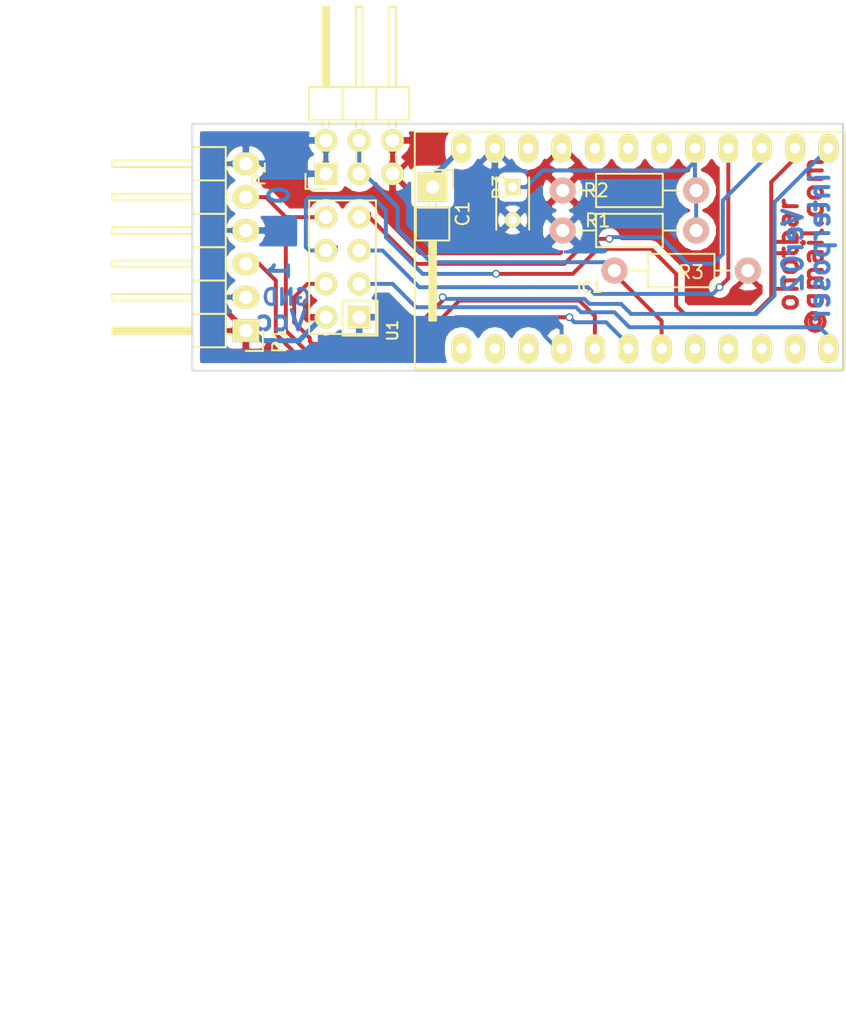
<source format=kicad_pcb>
(kicad_pcb (version 4) (host pcbnew 4.0.2-4+6225~38~ubuntu14.04.1-stable)

  (general
    (links 30)
    (no_connects 3)
    (area 160.054999 106.108999 225.076101 184.366001)
    (thickness 1.6)
    (drawings 19)
    (tracks 199)
    (zones 0)
    (modules 9)
    (nets 24)
  )

  (page A4)
  (title_block
    (title Arduino_pro_mini_nrf24L01+_interposer)
    (company Ohotbar)
  )

  (layers
    (0 F.Cu signal)
    (31 B.Cu signal)
    (32 B.Adhes user)
    (33 F.Adhes user)
    (34 B.Paste user)
    (35 F.Paste user)
    (36 B.SilkS user)
    (37 F.SilkS user)
    (38 B.Mask user)
    (39 F.Mask user)
    (40 Dwgs.User user)
    (41 Cmts.User user)
    (42 Eco1.User user)
    (43 Eco2.User user)
    (44 Edge.Cuts user)
    (45 Margin user)
    (46 B.CrtYd user)
    (47 F.CrtYd user)
    (48 B.Fab user)
    (49 F.Fab user)
  )

  (setup
    (last_trace_width 0.3)
    (user_trace_width 0.4)
    (trace_clearance 0.3)
    (zone_clearance 0.508)
    (zone_45_only no)
    (trace_min 0.25)
    (segment_width 0.2)
    (edge_width 0.15)
    (via_size 0.6)
    (via_drill 0.4)
    (via_min_size 0.4)
    (via_min_drill 0.3)
    (user_via 1.2 0.3)
    (uvia_size 0.3)
    (uvia_drill 0.1)
    (uvias_allowed no)
    (uvia_min_size 0.2)
    (uvia_min_drill 0.1)
    (pcb_text_width 0.3)
    (pcb_text_size 1.5 1.5)
    (mod_edge_width 0.15)
    (mod_text_size 1 1)
    (mod_text_width 0.15)
    (pad_size 1.524 1.524)
    (pad_drill 0.762)
    (pad_to_mask_clearance 0.2)
    (aux_axis_origin 0 0)
    (grid_origin 224.536 134.366)
    (visible_elements 7FFFFFFF)
    (pcbplotparams
      (layerselection 0x210c0_80000001)
      (usegerberextensions false)
      (excludeedgelayer true)
      (linewidth 0.100000)
      (plotframeref false)
      (viasonmask false)
      (mode 1)
      (useauxorigin false)
      (hpglpennumber 1)
      (hpglpenspeed 20)
      (hpglpendiameter 15)
      (hpglpenoverlay 2)
      (psnegative false)
      (psa4output false)
      (plotreference true)
      (plotvalue true)
      (plotinvisibletext false)
      (padsonsilk false)
      (subtractmaskfromsilk false)
      (outputformat 1)
      (mirror false)
      (drillshape 0)
      (scaleselection 1)
      (outputdirectory plot/))
  )

  (net 0 "")
  (net 1 "Net-(IC1-Pad1)")
  (net 2 "Net-(IC1-Pad2)")
  (net 3 "Net-(IC1-Pad3)")
  (net 4 "Net-(IC1-Pad8)")
  (net 5 "Net-(IC1-Pad9)")
  (net 6 "Net-(IC1-Pad10)")
  (net 7 "Net-(IC1-Pad11)")
  (net 8 "Net-(IC1-Pad18)")
  (net 9 "Net-(IC1-Pad19)")
  (net 10 "Net-(IC1-Pad20)")
  (net 11 "Net-(IC1-Pad22)")
  (net 12 "Net-(IC1-Pad24)")
  (net 13 GND)
  (net 14 +3V3)
  (net 15 A0)
  (net 16 INT0)
  (net 17 INT1)
  (net 18 CE)
  (net 19 CSN/CS)
  (net 20 MOSI)
  (net 21 MISO)
  (net 22 SCK)
  (net 23 DS18B20)

  (net_class Default "This is the default net class."
    (clearance 0.3)
    (trace_width 0.3)
    (via_dia 0.6)
    (via_drill 0.4)
    (uvia_dia 0.3)
    (uvia_drill 0.1)
    (add_net +3V3)
    (add_net A0)
    (add_net CE)
    (add_net CSN/CS)
    (add_net DS18B20)
    (add_net GND)
    (add_net INT0)
    (add_net INT1)
    (add_net MISO)
    (add_net MOSI)
    (add_net "Net-(IC1-Pad1)")
    (add_net "Net-(IC1-Pad10)")
    (add_net "Net-(IC1-Pad11)")
    (add_net "Net-(IC1-Pad18)")
    (add_net "Net-(IC1-Pad19)")
    (add_net "Net-(IC1-Pad2)")
    (add_net "Net-(IC1-Pad20)")
    (add_net "Net-(IC1-Pad22)")
    (add_net "Net-(IC1-Pad24)")
    (add_net "Net-(IC1-Pad3)")
    (add_net "Net-(IC1-Pad8)")
    (add_net "Net-(IC1-Pad9)")
    (add_net SCK)
  )

  (net_class DIY_etch ""
    (clearance 0.2)
    (trace_width 0.4)
    (via_dia 1.2)
    (via_drill 0.6)
    (uvia_dia 0.3)
    (uvia_drill 0.1)
  )

  (module mysensors_arduino:pro_mini (layer F.Cu) (tedit 56C8A26C) (tstamp 56B8F888)
    (at 209.4611 125.3236)
    (descr "IC, ARDUINO_PRO_MINI x 0,6\"")
    (tags "DIL ARDUINO PRO MINI")
    (path /56B7B646)
    (fp_text reference IC1 (at -4.2291 2.9464) (layer F.SilkS)
      (effects (font (size 0.8 0.8) (thickness 0.16)))
    )
    (fp_text value ArduinoProMini (at -0.6731 4.7244) (layer F.Fab)
      (effects (font (size 0.8 0.8) (thickness 0.16)))
    )
    (fp_line (start 15.24 9.144) (end 15.24 -8.89) (layer F.SilkS) (width 0.15))
    (fp_line (start -17.526 -8.89) (end -17.526 9.144) (layer F.SilkS) (width 0.15))
    (fp_line (start 15.24 9.144) (end -17.526 9.144) (layer F.SilkS) (width 0.15))
    (fp_line (start -17.526 -8.89) (end 15.24 -8.89) (layer F.SilkS) (width 0.15))
    (pad 1 thru_hole oval (at -13.97 7.62) (size 1.50114 2.19964) (drill 0.8001) (layers *.Cu *.Mask F.SilkS)
      (net 1 "Net-(IC1-Pad1)"))
    (pad 2 thru_hole oval (at -11.43 7.62) (size 1.50114 2.19964) (drill 0.8001) (layers *.Cu *.Mask F.SilkS)
      (net 2 "Net-(IC1-Pad2)"))
    (pad 3 thru_hole oval (at -8.89 7.62) (size 1.50114 2.19964) (drill 0.8001) (layers *.Cu *.Mask F.SilkS)
      (net 3 "Net-(IC1-Pad3)"))
    (pad 4 thru_hole oval (at -6.35 7.62) (size 1.50114 2.19964) (drill 0.8001) (layers *.Cu *.Mask F.SilkS)
      (net 13 GND))
    (pad 5 thru_hole oval (at -3.81 7.62) (size 1.50114 2.19964) (drill 0.8001) (layers *.Cu *.Mask F.SilkS)
      (net 16 INT0))
    (pad 6 thru_hole oval (at -1.27 7.62) (size 1.50114 2.19964) (drill 0.8001) (layers *.Cu *.Mask F.SilkS)
      (net 17 INT1))
    (pad 7 thru_hole oval (at 1.27 7.62) (size 1.50114 2.19964) (drill 0.8001) (layers *.Cu *.Mask F.SilkS)
      (net 23 DS18B20))
    (pad 8 thru_hole oval (at 3.81 7.62) (size 1.50114 2.19964) (drill 0.8001) (layers *.Cu *.Mask F.SilkS)
      (net 4 "Net-(IC1-Pad8)"))
    (pad 9 thru_hole oval (at 6.35 7.62) (size 1.50114 2.19964) (drill 0.8001) (layers *.Cu *.Mask F.SilkS)
      (net 5 "Net-(IC1-Pad9)"))
    (pad 10 thru_hole oval (at 8.89 7.62) (size 1.50114 2.19964) (drill 0.8001) (layers *.Cu *.Mask F.SilkS)
      (net 6 "Net-(IC1-Pad10)"))
    (pad 11 thru_hole oval (at 11.43 7.62) (size 1.50114 2.19964) (drill 0.8001) (layers *.Cu *.Mask F.SilkS)
      (net 7 "Net-(IC1-Pad11)"))
    (pad 12 thru_hole oval (at 13.97 7.62) (size 1.50114 2.19964) (drill 0.8001) (layers *.Cu *.Mask F.SilkS)
      (net 18 CE))
    (pad 13 thru_hole oval (at 13.97 -7.62) (size 1.50114 2.19964) (drill 0.8001) (layers *.Cu *.Mask F.SilkS)
      (net 19 CSN/CS))
    (pad 14 thru_hole oval (at 11.43 -7.62) (size 1.50114 2.19964) (drill 0.8001) (layers *.Cu *.Mask F.SilkS)
      (net 20 MOSI))
    (pad 15 thru_hole oval (at 8.89 -7.62) (size 1.50114 2.19964) (drill 0.8001) (layers *.Cu *.Mask F.SilkS)
      (net 21 MISO))
    (pad 16 thru_hole oval (at 6.35 -7.62) (size 1.50114 2.19964) (drill 0.8001) (layers *.Cu *.Mask F.SilkS)
      (net 22 SCK))
    (pad 17 thru_hole oval (at 3.81 -7.62) (size 1.50114 2.19964) (drill 0.8001) (layers *.Cu *.Mask F.SilkS)
      (net 15 A0))
    (pad 18 thru_hole oval (at 1.27 -7.62) (size 1.50114 2.19964) (drill 0.8001) (layers *.Cu *.Mask F.SilkS)
      (net 8 "Net-(IC1-Pad18)"))
    (pad 19 thru_hole oval (at -1.27 -7.62) (size 1.50114 2.19964) (drill 0.8001) (layers *.Cu *.Mask F.SilkS)
      (net 9 "Net-(IC1-Pad19)"))
    (pad 20 thru_hole oval (at -3.81 -7.62) (size 1.50114 2.19964) (drill 0.8001) (layers *.Cu *.Mask F.SilkS)
      (net 10 "Net-(IC1-Pad20)"))
    (pad 21 thru_hole oval (at -6.35 -7.62) (size 1.50114 2.19964) (drill 0.8001) (layers *.Cu *.Mask F.SilkS)
      (net 14 +3V3))
    (pad 22 thru_hole oval (at -8.89 -7.62) (size 1.50114 2.19964) (drill 0.8001) (layers *.Cu *.Mask F.SilkS)
      (net 11 "Net-(IC1-Pad22)"))
    (pad 23 thru_hole oval (at -11.43 -7.62) (size 1.50114 2.19964) (drill 0.8001) (layers *.Cu *.Mask F.SilkS)
      (net 13 GND))
    (pad 24 thru_hole oval (at -13.97 -7.62) (size 1.50114 2.19964) (drill 0.8001) (layers *.Cu *.Mask F.SilkS)
      (net 12 "Net-(IC1-Pad24)"))
    (model Socket_Strips.3dshapes/Socket_Strip_Straight_1x02.wrl
      (at (xyz -0.15 0.2 0))
      (scale (xyz 1 1 1))
      (rotate (xyz 0 0 0))
    )
    (model Socket_Strips.3dshapes/Socket_Strip_Straight_1x03.wrl
      (at (xyz 0.55 0.1 0))
      (scale (xyz 1 1 1))
      (rotate (xyz 0 0 90))
    )
    (model Socket_Strips.3dshapes/Socket_Strip_Straight_1x12.wrl
      (at (xyz 0 0.3 0))
      (scale (xyz 1 1 1))
      (rotate (xyz 0 0 0))
    )
    (model Socket_Strips.3dshapes/Socket_Strip_Straight_1x12.wrl
      (at (xyz 0 -0.3 0))
      (scale (xyz 1 1 1))
      (rotate (xyz 0 0 0))
    )
    (model Socket_Strips.3dshapes/Socket_Strip_Straight_1x02.wrl
      (at (xyz 0.25 0.2 0))
      (scale (xyz 1 1 1))
      (rotate (xyz 0 0 0))
    )
    (model mysensors.3dshapes/arduino_pro_mini.wrl
      (at (xyz -0.05 0 0.48))
      (scale (xyz 0.395 0.395 0.395))
      (rotate (xyz 0 0 180))
    )
    (model SMD_Packages.3dshapes/TQFP-32.wrl
      (at (xyz 0.05 0 0.5125))
      (scale (xyz 1 1 1))
      (rotate (xyz 0 0 315))
    )
    (model Pin_Headers.3dshapes/Pin_Header_Straight_1x12.wrl
      (at (xyz 0 -0.3 0.445))
      (scale (xyz 1 1 1))
      (rotate (xyz 0 180 0))
    )
    (model Pin_Headers.3dshapes/Pin_Header_Straight_1x12.wrl
      (at (xyz 0 0.3 0.445))
      (scale (xyz 1 1 1))
      (rotate (xyz 0 180 0))
    )
    (model Pin_Headers.3dshapes/Pin_Header_Straight_1x03.wrl
      (at (xyz 0.55 0.1 0.445))
      (scale (xyz 1 1 1))
      (rotate (xyz 0 180 90))
    )
    (model Pin_Headers.3dshapes/Pin_Header_Straight_1x02.wrl
      (at (xyz 0.25 0.2 0.445))
      (scale (xyz 1 1 1))
      (rotate (xyz 0 180 0))
    )
    (model Pin_Headers.3dshapes/Pin_Header_Straight_1x02.wrl
      (at (xyz -0.15 0.2 0.445))
      (scale (xyz 1 1 1))
      (rotate (xyz 0 180 0))
    )
    (model mysensors.3dshapes/w.lain.3dshapes/smd_leds/led_0603.wrl
      (at (xyz -0.3 0 0.5125))
      (scale (xyz 1 1 1))
      (rotate (xyz 0 0 0))
    )
    (model mysensors.3dshapes/w.lain.3dshapes/smd_leds/led_0603.wrl
      (at (xyz 0.55 -0.175 0.5125))
      (scale (xyz 1 1 1))
      (rotate (xyz 0 0 0))
    )
    (model Pin_Headers.3dshapes/Pin_Header_Angled_1x06.wrl
      (at (xyz -0.65 0 0.5125))
      (scale (xyz 1 1 1))
      (rotate (xyz 0 0 270))
    )
    (model Resistors_SMD.3dshapes/R_0603.wrl
      (at (xyz -0.3 -0.05 0.5125))
      (scale (xyz 1 1 1))
      (rotate (xyz 0 0 0))
    )
    (model Resistors_SMD.3dshapes/R_0603.wrl
      (at (xyz 0.55 -0.125 0.5125))
      (scale (xyz 1 1 1))
      (rotate (xyz 0 0 0))
    )
    (model Capacitors_SMD.3dshapes/C_0603.wrl
      (at (xyz -0.3 0.05 0.5125))
      (scale (xyz 1 1 1))
      (rotate (xyz 0 0 0))
    )
    (model Capacitors_Tantalum_SMD.3dshapes/TantalC_SizeS_EIA-3216.wrl
      (at (xyz -0.35 0.15 0.5125))
      (scale (xyz 1 1 1))
      (rotate (xyz 0 0 0))
    )
    (model Capacitors_Tantalum_SMD.3dshapes/TantalC_SizeS_EIA-3216.wrl
      (at (xyz -0.35 -0.15 0.5125))
      (scale (xyz 1 1 1))
      (rotate (xyz 0 0 0))
    )
    (model Housings_SOT-23_SOT-143_TSOT-6.3dshapes/SOT-23-5.wrl
      (at (xyz -0.4 0 0.5125))
      (scale (xyz 1 1 1))
      (rotate (xyz 0 0 90))
    )
    (model Capacitors_SMD.3dshapes/C_1210.wrl
      (at (xyz -0.5 0 0.5125))
      (scale (xyz 1 1 1))
      (rotate (xyz 0 0 90))
    )
  )

  (module mysensors_radios:NRF24L01 (layer F.Cu) (tedit 56C77769) (tstamp 56B8F8AA)
    (at 189.23 132.08 270)
    (descr NRF24L01)
    (tags "nRF 24 NRF24L01 NRF24L01+")
    (path /56B7B717)
    (fp_text reference U1 (at -0.508 -1.016 270) (layer F.SilkS)
      (effects (font (size 0.8 0.8) (thickness 0.16)))
    )
    (fp_text value NRF24L01 (at -4.572 -1.016 270) (layer F.Fab)
      (effects (font (size 0.8 0.8) (thickness 0.16)))
    )
    (fp_line (start -15.25 28.8) (end 0 28.8) (layer F.CrtYd) (width 0.15))
    (fp_line (start 0 28.8) (end 0 0) (layer F.CrtYd) (width 0.15))
    (fp_line (start 0 0) (end -15.25 0) (layer F.CrtYd) (width 0.15))
    (fp_line (start -15.25 0) (end -15.25 28.8) (layer F.CrtYd) (width 0.15))
    (fp_line (start -2.794 0.127) (end -0.127 0.127) (layer F.SilkS) (width 0.15))
    (fp_line (start -0.127 0.127) (end -0.127 2.794) (layer F.SilkS) (width 0.15))
    (fp_line (start 0 0) (end -15.25 0) (layer B.CrtYd) (width 0.15))
    (fp_line (start -15.25 0) (end -15.25 28.8) (layer B.CrtYd) (width 0.15))
    (fp_line (start -15.25 28.8) (end 0 28.8) (layer B.CrtYd) (width 0.15))
    (fp_line (start 0 28.8) (end 0 0) (layer B.CrtYd) (width 0.15))
    (fp_line (start -7.874 0.254) (end -10.414 0.254) (layer F.SilkS) (width 0.15))
    (fp_line (start -10.414 0.254) (end -10.414 2.794) (layer F.SilkS) (width 0.15))
    (fp_line (start -2.794 0.254) (end -2.794 2.794) (layer F.SilkS) (width 0.15))
    (fp_line (start -2.794 2.794) (end -0.254 2.794) (layer F.SilkS) (width 0.15))
    (fp_line (start -10.894 -0.226) (end -10.894 5.824) (layer F.CrtYd) (width 0.05))
    (fp_line (start 0.256 -0.226) (end 0.256 5.824) (layer F.CrtYd) (width 0.05))
    (fp_line (start -10.894 -0.226) (end 0.256 -0.226) (layer F.CrtYd) (width 0.05))
    (fp_line (start -10.894 5.824) (end 0.256 5.824) (layer F.CrtYd) (width 0.05))
    (fp_line (start -7.874 0.254) (end -0.254 0.254) (layer F.SilkS) (width 0.15))
    (fp_line (start -0.254 0.254) (end -0.254 5.334) (layer F.SilkS) (width 0.15))
    (fp_line (start -0.254 5.334) (end -10.414 5.334) (layer F.SilkS) (width 0.15))
    (fp_line (start -10.414 5.334) (end -10.414 2.794) (layer F.SilkS) (width 0.15))
    (pad 7 thru_hole oval (at -9.144 1.524 270) (size 1.7272 1.7272) (drill 1.016) (layers *.Cu *.Mask F.SilkS)
      (net 21 MISO))
    (pad 8 thru_hole oval (at -9.144 4.064 270) (size 1.7272 1.7272) (drill 1.016) (layers *.Cu *.Mask F.SilkS)
      (net 16 INT0))
    (pad 5 thru_hole oval (at -6.604 1.524 270) (size 1.7272 1.7272) (drill 1.016) (layers *.Cu *.Mask F.SilkS)
      (net 22 SCK))
    (pad 6 thru_hole oval (at -6.604 4.064 270) (size 1.7272 1.7272) (drill 1.016) (layers *.Cu *.Mask F.SilkS)
      (net 20 MOSI))
    (pad 3 thru_hole oval (at -4.064 1.524 270) (size 1.7272 1.7272) (drill 1.016) (layers *.Cu *.Mask F.SilkS)
      (net 18 CE))
    (pad 4 thru_hole oval (at -4.064 4.064 270) (size 1.7272 1.7272) (drill 1.016) (layers *.Cu *.Mask F.SilkS)
      (net 19 CSN/CS))
    (pad 1 thru_hole rect (at -1.524 1.524 270) (size 1.7272 1.7272) (drill 1.016) (layers *.Cu *.Mask F.SilkS)
      (net 13 GND))
    (pad 2 thru_hole oval (at -1.524 4.064 270) (size 1.7272 1.7272) (drill 1.016) (layers *.Cu *.Mask F.SilkS)
      (net 14 +3V3))
    (model Socket_Strips.3dshapes/Socket_Strip_Straight_2x04.wrl
      (at (xyz -0.21 -0.11 0))
      (scale (xyz 1 1 1))
      (rotate (xyz 0 0 0))
    )
    (model Pin_Headers.3dshapes/Pin_Header_Straight_2x04.wrl
      (at (xyz -0.21 -0.11 0.442))
      (scale (xyz 1 1 1))
      (rotate (xyz 0 180 0))
    )
    (model mysensors.3dshapes/nrf24l01.wrl
      (at (xyz -0.3 -0.5669999999999999 0.475))
      (scale (xyz 0.395 0.395 0.395))
      (rotate (xyz 0 0 0))
    )
    (model Housings_DFN_QFN.3dshapes/QFN-20-1EP_4x4mm_Pitch0.5mm.wrl
      (at (xyz -0.22 -0.51 0.509))
      (scale (xyz 1 1 1))
      (rotate (xyz 0 0 0))
    )
    (model mysensors.3dshapes/w.lain.3dshapes/crystal/crystal_hc-49s.wrl
      (at (xyz -0.5 -0.475 0.51))
      (scale (xyz 1 1 1))
      (rotate (xyz 0 0 90))
    )
  )

  (module Pin_Headers:Pin_Header_Angled_1x06 (layer F.Cu) (tedit 56C8A500) (tstamp 56BA4F10)
    (at 179.07 131.572 180)
    (descr "Through hole pin header")
    (tags "pin header")
    (path /56BA4D43)
    (fp_text reference P1 (at -2.54 -0.762 270) (layer F.SilkS)
      (effects (font (size 1 1) (thickness 0.15)))
    )
    (fp_text value CONN_01X06 (at -2.54 2.794 270) (layer F.Fab) hide
      (effects (font (size 1 1) (thickness 0.15)))
    )
    (fp_line (start -1.5 -1.75) (end -1.5 14.45) (layer F.CrtYd) (width 0.05))
    (fp_line (start 10.65 -1.75) (end 10.65 14.45) (layer F.CrtYd) (width 0.05))
    (fp_line (start -1.5 -1.75) (end 10.65 -1.75) (layer F.CrtYd) (width 0.05))
    (fp_line (start -1.5 14.45) (end 10.65 14.45) (layer F.CrtYd) (width 0.05))
    (fp_line (start -1.3 -1.55) (end -1.3 0) (layer F.SilkS) (width 0.15))
    (fp_line (start 0 -1.55) (end -1.3 -1.55) (layer F.SilkS) (width 0.15))
    (fp_line (start 4.191 -0.127) (end 10.033 -0.127) (layer F.SilkS) (width 0.15))
    (fp_line (start 10.033 -0.127) (end 10.033 0.127) (layer F.SilkS) (width 0.15))
    (fp_line (start 10.033 0.127) (end 4.191 0.127) (layer F.SilkS) (width 0.15))
    (fp_line (start 4.191 0.127) (end 4.191 0) (layer F.SilkS) (width 0.15))
    (fp_line (start 4.191 0) (end 10.033 0) (layer F.SilkS) (width 0.15))
    (fp_line (start 1.524 -0.254) (end 1.143 -0.254) (layer F.SilkS) (width 0.15))
    (fp_line (start 1.524 0.254) (end 1.143 0.254) (layer F.SilkS) (width 0.15))
    (fp_line (start 1.524 2.286) (end 1.143 2.286) (layer F.SilkS) (width 0.15))
    (fp_line (start 1.524 2.794) (end 1.143 2.794) (layer F.SilkS) (width 0.15))
    (fp_line (start 1.524 4.826) (end 1.143 4.826) (layer F.SilkS) (width 0.15))
    (fp_line (start 1.524 5.334) (end 1.143 5.334) (layer F.SilkS) (width 0.15))
    (fp_line (start 1.524 12.954) (end 1.143 12.954) (layer F.SilkS) (width 0.15))
    (fp_line (start 1.524 12.446) (end 1.143 12.446) (layer F.SilkS) (width 0.15))
    (fp_line (start 1.524 10.414) (end 1.143 10.414) (layer F.SilkS) (width 0.15))
    (fp_line (start 1.524 9.906) (end 1.143 9.906) (layer F.SilkS) (width 0.15))
    (fp_line (start 1.524 7.874) (end 1.143 7.874) (layer F.SilkS) (width 0.15))
    (fp_line (start 1.524 7.366) (end 1.143 7.366) (layer F.SilkS) (width 0.15))
    (fp_line (start 1.524 -1.27) (end 4.064 -1.27) (layer F.SilkS) (width 0.15))
    (fp_line (start 1.524 1.27) (end 4.064 1.27) (layer F.SilkS) (width 0.15))
    (fp_line (start 1.524 1.27) (end 1.524 3.81) (layer F.SilkS) (width 0.15))
    (fp_line (start 1.524 3.81) (end 4.064 3.81) (layer F.SilkS) (width 0.15))
    (fp_line (start 4.064 2.286) (end 10.16 2.286) (layer F.SilkS) (width 0.15))
    (fp_line (start 10.16 2.286) (end 10.16 2.794) (layer F.SilkS) (width 0.15))
    (fp_line (start 10.16 2.794) (end 4.064 2.794) (layer F.SilkS) (width 0.15))
    (fp_line (start 4.064 3.81) (end 4.064 1.27) (layer F.SilkS) (width 0.15))
    (fp_line (start 4.064 1.27) (end 4.064 -1.27) (layer F.SilkS) (width 0.15))
    (fp_line (start 10.16 0.254) (end 4.064 0.254) (layer F.SilkS) (width 0.15))
    (fp_line (start 10.16 -0.254) (end 10.16 0.254) (layer F.SilkS) (width 0.15))
    (fp_line (start 4.064 -0.254) (end 10.16 -0.254) (layer F.SilkS) (width 0.15))
    (fp_line (start 1.524 1.27) (end 4.064 1.27) (layer F.SilkS) (width 0.15))
    (fp_line (start 1.524 -1.27) (end 1.524 1.27) (layer F.SilkS) (width 0.15))
    (fp_line (start 1.524 8.89) (end 4.064 8.89) (layer F.SilkS) (width 0.15))
    (fp_line (start 1.524 8.89) (end 1.524 11.43) (layer F.SilkS) (width 0.15))
    (fp_line (start 1.524 11.43) (end 4.064 11.43) (layer F.SilkS) (width 0.15))
    (fp_line (start 4.064 9.906) (end 10.16 9.906) (layer F.SilkS) (width 0.15))
    (fp_line (start 10.16 9.906) (end 10.16 10.414) (layer F.SilkS) (width 0.15))
    (fp_line (start 10.16 10.414) (end 4.064 10.414) (layer F.SilkS) (width 0.15))
    (fp_line (start 4.064 11.43) (end 4.064 8.89) (layer F.SilkS) (width 0.15))
    (fp_line (start 4.064 13.97) (end 4.064 11.43) (layer F.SilkS) (width 0.15))
    (fp_line (start 10.16 12.954) (end 4.064 12.954) (layer F.SilkS) (width 0.15))
    (fp_line (start 10.16 12.446) (end 10.16 12.954) (layer F.SilkS) (width 0.15))
    (fp_line (start 4.064 12.446) (end 10.16 12.446) (layer F.SilkS) (width 0.15))
    (fp_line (start 1.524 13.97) (end 4.064 13.97) (layer F.SilkS) (width 0.15))
    (fp_line (start 1.524 11.43) (end 1.524 13.97) (layer F.SilkS) (width 0.15))
    (fp_line (start 1.524 11.43) (end 4.064 11.43) (layer F.SilkS) (width 0.15))
    (fp_line (start 1.524 6.35) (end 4.064 6.35) (layer F.SilkS) (width 0.15))
    (fp_line (start 1.524 6.35) (end 1.524 8.89) (layer F.SilkS) (width 0.15))
    (fp_line (start 1.524 8.89) (end 4.064 8.89) (layer F.SilkS) (width 0.15))
    (fp_line (start 4.064 7.366) (end 10.16 7.366) (layer F.SilkS) (width 0.15))
    (fp_line (start 10.16 7.366) (end 10.16 7.874) (layer F.SilkS) (width 0.15))
    (fp_line (start 10.16 7.874) (end 4.064 7.874) (layer F.SilkS) (width 0.15))
    (fp_line (start 4.064 8.89) (end 4.064 6.35) (layer F.SilkS) (width 0.15))
    (fp_line (start 4.064 6.35) (end 4.064 3.81) (layer F.SilkS) (width 0.15))
    (fp_line (start 10.16 5.334) (end 4.064 5.334) (layer F.SilkS) (width 0.15))
    (fp_line (start 10.16 4.826) (end 10.16 5.334) (layer F.SilkS) (width 0.15))
    (fp_line (start 4.064 4.826) (end 10.16 4.826) (layer F.SilkS) (width 0.15))
    (fp_line (start 1.524 6.35) (end 4.064 6.35) (layer F.SilkS) (width 0.15))
    (fp_line (start 1.524 3.81) (end 1.524 6.35) (layer F.SilkS) (width 0.15))
    (fp_line (start 1.524 3.81) (end 4.064 3.81) (layer F.SilkS) (width 0.15))
    (pad 1 thru_hole rect (at 0 0 180) (size 2.032 1.7272) (drill 1.016) (layers *.Cu *.Mask F.SilkS)
      (net 14 +3V3))
    (pad 2 thru_hole oval (at 0 2.54 180) (size 2.032 1.7272) (drill 1.016) (layers *.Cu *.Mask F.SilkS)
      (net 13 GND))
    (pad 3 thru_hole oval (at 0 5.08 180) (size 2.032 1.7272) (drill 1.016) (layers *.Cu *.Mask F.SilkS)
      (net 17 INT1))
    (pad 4 thru_hole oval (at 0 7.62 180) (size 2.032 1.7272) (drill 1.016) (layers *.Cu *.Mask F.SilkS)
      (net 13 GND))
    (pad 5 thru_hole oval (at 0 10.16 180) (size 2.032 1.7272) (drill 1.016) (layers *.Cu *.Mask F.SilkS)
      (net 16 INT0))
    (pad 6 thru_hole oval (at 0 12.7 180) (size 2.032 1.7272) (drill 1.016) (layers *.Cu *.Mask F.SilkS)
      (net 13 GND))
    (model Pin_Headers.3dshapes/Pin_Header_Angled_1x06.wrl
      (at (xyz 0 -0.25 0))
      (scale (xyz 1 1 1))
      (rotate (xyz 0 0 90))
    )
  )

  (module Capacitors_ThroughHole:C_Rect_L4_W2.5_P2.5 (layer F.Cu) (tedit 56C77045) (tstamp 56BA4F41)
    (at 199.39 120.65 270)
    (descr "Film Capacitor Length 4mm x Width 2.5mm, Pitch 2.5mm")
    (tags Capacitor)
    (path /56B8FEE0)
    (fp_text reference C1 (at 2.032 3.81 270) (layer F.SilkS)
      (effects (font (size 1 1) (thickness 0.15)))
    )
    (fp_text value 0,1uF (at 1.016 2.286 270) (layer F.Fab)
      (effects (font (size 1 1) (thickness 0.15)))
    )
    (fp_line (start -1 -1.5) (end 3.5 -1.5) (layer F.CrtYd) (width 0.05))
    (fp_line (start 3.5 -1.5) (end 3.5 1.5) (layer F.CrtYd) (width 0.05))
    (fp_line (start 3.5 1.5) (end -1 1.5) (layer F.CrtYd) (width 0.05))
    (fp_line (start -1 1.5) (end -1 -1.5) (layer F.CrtYd) (width 0.05))
    (fp_line (start -0.75 -1.25) (end 3.25 -1.25) (layer F.SilkS) (width 0.15))
    (fp_line (start -0.75 1.25) (end 3.25 1.25) (layer F.SilkS) (width 0.15))
    (pad 1 thru_hole rect (at 0 0 270) (size 1.2 1.2) (drill 0.7) (layers *.Cu *.Mask F.SilkS)
      (net 15 A0))
    (pad 2 thru_hole circle (at 2.5 0 270) (size 1.2 1.2) (drill 0.7) (layers *.Cu *.Mask F.SilkS)
      (net 13 GND))
  )

  (module Resistors_ThroughHole:Resistor_Horizontal_RM10mm (layer F.Cu) (tedit 56C9B638) (tstamp 56BA4F4C)
    (at 213.36 123.952 180)
    (descr "Resistor, Axial,  RM 10mm, 1/3W")
    (tags "Resistor Axial RM 10mm 1/3W")
    (path /56B8FF90)
    (fp_text reference R1 (at 7.493 0.762 180) (layer F.SilkS)
      (effects (font (size 1 1) (thickness 0.15)))
    )
    (fp_text value 1M (at 3.683 0.508 180) (layer F.Fab)
      (effects (font (size 1 1) (thickness 0.15)))
    )
    (fp_line (start -1.25 -1.5) (end 11.4 -1.5) (layer F.CrtYd) (width 0.05))
    (fp_line (start -1.25 1.5) (end -1.25 -1.5) (layer F.CrtYd) (width 0.05))
    (fp_line (start 11.4 -1.5) (end 11.4 1.5) (layer F.CrtYd) (width 0.05))
    (fp_line (start -1.25 1.5) (end 11.4 1.5) (layer F.CrtYd) (width 0.05))
    (fp_line (start 2.54 -1.27) (end 7.62 -1.27) (layer F.SilkS) (width 0.15))
    (fp_line (start 7.62 -1.27) (end 7.62 1.27) (layer F.SilkS) (width 0.15))
    (fp_line (start 7.62 1.27) (end 2.54 1.27) (layer F.SilkS) (width 0.15))
    (fp_line (start 2.54 1.27) (end 2.54 -1.27) (layer F.SilkS) (width 0.15))
    (fp_line (start 2.54 0) (end 1.27 0) (layer F.SilkS) (width 0.15))
    (fp_line (start 7.62 0) (end 8.89 0) (layer F.SilkS) (width 0.15))
    (pad 1 thru_hole circle (at 0 0 180) (size 1.99898 1.99898) (drill 1.00076) (layers *.Cu *.SilkS *.Mask)
      (net 15 A0))
    (pad 2 thru_hole circle (at 10.16 0 180) (size 1.99898 1.99898) (drill 1.00076) (layers *.Cu *.SilkS *.Mask)
      (net 13 GND))
    (model Resistors_ThroughHole.3dshapes/Resistor_Horizontal_RM10mm.wrl
      (at (xyz 0 0 0))
      (scale (xyz 0.4 0.4 0.4))
      (rotate (xyz 0 0 0))
    )
  )

  (module Resistors_ThroughHole:Resistor_Horizontal_RM10mm (layer F.Cu) (tedit 56C9B647) (tstamp 56BA4F5B)
    (at 203.2 120.904)
    (descr "Resistor, Axial,  RM 10mm, 1/3W")
    (tags "Resistor Axial RM 10mm 1/3W")
    (path /56B8FF1F)
    (fp_text reference R2 (at 2.54 0) (layer F.SilkS)
      (effects (font (size 1 1) (thickness 0.15)))
    )
    (fp_text value 470k (at 6.604 0.254) (layer F.Fab)
      (effects (font (size 1 1) (thickness 0.15)))
    )
    (fp_line (start -1.25 -1.5) (end 11.4 -1.5) (layer F.CrtYd) (width 0.05))
    (fp_line (start -1.25 1.5) (end -1.25 -1.5) (layer F.CrtYd) (width 0.05))
    (fp_line (start 11.4 -1.5) (end 11.4 1.5) (layer F.CrtYd) (width 0.05))
    (fp_line (start -1.25 1.5) (end 11.4 1.5) (layer F.CrtYd) (width 0.05))
    (fp_line (start 2.54 -1.27) (end 7.62 -1.27) (layer F.SilkS) (width 0.15))
    (fp_line (start 7.62 -1.27) (end 7.62 1.27) (layer F.SilkS) (width 0.15))
    (fp_line (start 7.62 1.27) (end 2.54 1.27) (layer F.SilkS) (width 0.15))
    (fp_line (start 2.54 1.27) (end 2.54 -1.27) (layer F.SilkS) (width 0.15))
    (fp_line (start 2.54 0) (end 1.27 0) (layer F.SilkS) (width 0.15))
    (fp_line (start 7.62 0) (end 8.89 0) (layer F.SilkS) (width 0.15))
    (pad 1 thru_hole circle (at 0 0) (size 1.99898 1.99898) (drill 1.00076) (layers *.Cu *.SilkS *.Mask)
      (net 14 +3V3))
    (pad 2 thru_hole circle (at 10.16 0) (size 1.99898 1.99898) (drill 1.00076) (layers *.Cu *.SilkS *.Mask)
      (net 15 A0))
    (model Resistors_ThroughHole.3dshapes/Resistor_Horizontal_RM10mm.wrl
      (at (xyz 0 0 0))
      (scale (xyz 0.4 0.4 0.4))
      (rotate (xyz 0 0 0))
    )
  )

  (module Pin_Headers:Pin_Header_Angled_2x03 (layer F.Cu) (tedit 56C9B977) (tstamp 56C8159E)
    (at 185.166 119.634 90)
    (descr "Through hole pin header")
    (tags "pin header")
    (path /56C7805E)
    (fp_text reference P2 (at 0 -5.1 90) (layer F.SilkS)
      (effects (font (size 1 1) (thickness 0.15)))
    )
    (fp_text value DS18B20 (at -0.254 -2.794 270) (layer F.Fab)
      (effects (font (size 1 1) (thickness 0.15)))
    )
    (fp_line (start -1.35 -1.75) (end -1.35 6.85) (layer F.CrtYd) (width 0.05))
    (fp_line (start 13.2 -1.75) (end 13.2 6.85) (layer F.CrtYd) (width 0.05))
    (fp_line (start -1.35 -1.75) (end 13.2 -1.75) (layer F.CrtYd) (width 0.05))
    (fp_line (start -1.35 6.85) (end 13.2 6.85) (layer F.CrtYd) (width 0.05))
    (fp_line (start 1.524 5.334) (end 1.016 5.334) (layer F.SilkS) (width 0.15))
    (fp_line (start 1.524 4.826) (end 1.016 4.826) (layer F.SilkS) (width 0.15))
    (fp_line (start 1.524 2.794) (end 1.016 2.794) (layer F.SilkS) (width 0.15))
    (fp_line (start 1.524 2.286) (end 1.016 2.286) (layer F.SilkS) (width 0.15))
    (fp_line (start 1.524 0.254) (end 1.016 0.254) (layer F.SilkS) (width 0.15))
    (fp_line (start 1.524 -0.254) (end 1.016 -0.254) (layer F.SilkS) (width 0.15))
    (fp_line (start 4.064 2.286) (end 3.556 2.286) (layer F.SilkS) (width 0.15))
    (fp_line (start 4.064 2.794) (end 3.556 2.794) (layer F.SilkS) (width 0.15))
    (fp_line (start 4.064 4.826) (end 3.556 4.826) (layer F.SilkS) (width 0.15))
    (fp_line (start 4.064 5.334) (end 3.556 5.334) (layer F.SilkS) (width 0.15))
    (fp_line (start 4.064 -0.254) (end 3.556 -0.254) (layer F.SilkS) (width 0.15))
    (fp_line (start 4.064 0.254) (end 3.556 0.254) (layer F.SilkS) (width 0.15))
    (fp_line (start 0 -1.55) (end -1.15 -1.55) (layer F.SilkS) (width 0.15))
    (fp_line (start -1.15 -1.55) (end -1.15 0) (layer F.SilkS) (width 0.15))
    (fp_line (start 6.604 -0.127) (end 12.573 -0.127) (layer F.SilkS) (width 0.15))
    (fp_line (start 12.573 -0.127) (end 12.573 0.127) (layer F.SilkS) (width 0.15))
    (fp_line (start 12.573 0.127) (end 6.731 0.127) (layer F.SilkS) (width 0.15))
    (fp_line (start 6.731 0.127) (end 6.731 0) (layer F.SilkS) (width 0.15))
    (fp_line (start 6.731 0) (end 12.573 0) (layer F.SilkS) (width 0.15))
    (fp_line (start 4.064 1.27) (end 4.064 3.81) (layer F.SilkS) (width 0.15))
    (fp_line (start 4.064 3.81) (end 6.604 3.81) (layer F.SilkS) (width 0.15))
    (fp_line (start 6.604 2.286) (end 12.7 2.286) (layer F.SilkS) (width 0.15))
    (fp_line (start 12.7 2.286) (end 12.7 2.794) (layer F.SilkS) (width 0.15))
    (fp_line (start 12.7 2.794) (end 6.604 2.794) (layer F.SilkS) (width 0.15))
    (fp_line (start 6.604 3.81) (end 6.604 1.27) (layer F.SilkS) (width 0.15))
    (fp_line (start 4.064 6.35) (end 6.604 6.35) (layer F.SilkS) (width 0.15))
    (fp_line (start 6.604 6.35) (end 6.604 3.81) (layer F.SilkS) (width 0.15))
    (fp_line (start 12.7 5.334) (end 6.604 5.334) (layer F.SilkS) (width 0.15))
    (fp_line (start 12.7 4.826) (end 12.7 5.334) (layer F.SilkS) (width 0.15))
    (fp_line (start 6.604 4.826) (end 12.7 4.826) (layer F.SilkS) (width 0.15))
    (fp_line (start 4.064 6.35) (end 6.604 6.35) (layer F.SilkS) (width 0.15))
    (fp_line (start 4.064 3.81) (end 4.064 6.35) (layer F.SilkS) (width 0.15))
    (fp_line (start 4.064 3.81) (end 6.604 3.81) (layer F.SilkS) (width 0.15))
    (fp_line (start 4.064 1.27) (end 6.604 1.27) (layer F.SilkS) (width 0.15))
    (fp_line (start 6.604 1.27) (end 6.604 -1.27) (layer F.SilkS) (width 0.15))
    (fp_line (start 12.7 0.254) (end 6.604 0.254) (layer F.SilkS) (width 0.15))
    (fp_line (start 12.7 -0.254) (end 12.7 0.254) (layer F.SilkS) (width 0.15))
    (fp_line (start 6.604 -0.254) (end 12.7 -0.254) (layer F.SilkS) (width 0.15))
    (fp_line (start 4.064 1.27) (end 6.604 1.27) (layer F.SilkS) (width 0.15))
    (fp_line (start 4.064 -1.27) (end 4.064 1.27) (layer F.SilkS) (width 0.15))
    (fp_line (start 4.064 -1.27) (end 6.604 -1.27) (layer F.SilkS) (width 0.15))
    (pad 1 thru_hole rect (at 0 0 90) (size 1.7272 1.7272) (drill 1.016) (layers *.Cu *.Mask F.SilkS)
      (net 13 GND))
    (pad 2 thru_hole oval (at 2.54 0 90) (size 1.7272 1.7272) (drill 1.016) (layers *.Cu *.Mask F.SilkS)
      (net 13 GND))
    (pad 3 thru_hole oval (at 0 2.54 90) (size 1.7272 1.7272) (drill 1.016) (layers *.Cu *.Mask F.SilkS)
      (net 23 DS18B20))
    (pad 4 thru_hole oval (at 2.54 2.54 90) (size 1.7272 1.7272) (drill 1.016) (layers *.Cu *.Mask F.SilkS)
      (net 23 DS18B20))
    (pad 5 thru_hole oval (at 0 5.08 90) (size 1.7272 1.7272) (drill 1.016) (layers *.Cu *.Mask F.SilkS)
      (net 14 +3V3))
    (pad 6 thru_hole oval (at 2.54 5.08 90) (size 1.7272 1.7272) (drill 1.016) (layers *.Cu *.Mask F.SilkS)
      (net 14 +3V3))
    (model Pin_Headers.3dshapes/Pin_Header_Angled_2x03.wrl
      (at (xyz 0.05 -0.1 0))
      (scale (xyz 1 1 1))
      (rotate (xyz 0 0 90))
    )
  )

  (module Pin_Headers:Pin_Header_Angled_1x01 (layer F.Cu) (tedit 56C8A4F6) (tstamp 56C815B7)
    (at 193.294 120.65 270)
    (descr "Through hole pin header")
    (tags "pin header")
    (path /56C81518)
    (fp_text reference P3 (at 0 -5.1 270) (layer F.SilkS)
      (effects (font (size 1 1) (thickness 0.15)))
    )
    (fp_text value CONN_01X01 (at 8.128 0 270) (layer F.Fab) hide
      (effects (font (size 1 1) (thickness 0.15)))
    )
    (fp_line (start -1.6 -1.75) (end -1.6 1.75) (layer F.CrtYd) (width 0.05))
    (fp_line (start 10.65 -1.75) (end 10.65 1.75) (layer F.CrtYd) (width 0.05))
    (fp_line (start -1.6 -1.75) (end 10.65 -1.75) (layer F.CrtYd) (width 0.05))
    (fp_line (start -1.6 1.75) (end 10.65 1.75) (layer F.CrtYd) (width 0.05))
    (fp_line (start -1.3 -1.55) (end -1.3 0) (layer F.SilkS) (width 0.15))
    (fp_line (start 0 -1.55) (end -1.3 -1.55) (layer F.SilkS) (width 0.15))
    (fp_line (start 4.191 -0.127) (end 10.033 -0.127) (layer F.SilkS) (width 0.15))
    (fp_line (start 10.033 -0.127) (end 10.033 0.127) (layer F.SilkS) (width 0.15))
    (fp_line (start 10.033 0.127) (end 4.191 0.127) (layer F.SilkS) (width 0.15))
    (fp_line (start 4.191 0.127) (end 4.191 0) (layer F.SilkS) (width 0.15))
    (fp_line (start 4.191 0) (end 10.033 0) (layer F.SilkS) (width 0.15))
    (fp_line (start 1.524 0.254) (end 1.27 0.254) (layer F.SilkS) (width 0.15))
    (fp_line (start 1.524 -0.254) (end 1.27 -0.254) (layer F.SilkS) (width 0.15))
    (fp_line (start 1.524 -1.27) (end 4.064 -1.27) (layer F.SilkS) (width 0.15))
    (fp_line (start 1.524 -1.27) (end 1.524 1.27) (layer F.SilkS) (width 0.15))
    (fp_line (start 1.524 1.27) (end 4.064 1.27) (layer F.SilkS) (width 0.15))
    (fp_line (start 4.064 -0.254) (end 10.16 -0.254) (layer F.SilkS) (width 0.15))
    (fp_line (start 10.16 -0.254) (end 10.16 0.254) (layer F.SilkS) (width 0.15))
    (fp_line (start 10.16 0.254) (end 4.064 0.254) (layer F.SilkS) (width 0.15))
    (fp_line (start 4.064 1.27) (end 4.064 -1.27) (layer F.SilkS) (width 0.15))
    (pad 1 thru_hole rect (at 0 0 270) (size 2.2352 2.2352) (drill 1.016) (layers *.Cu *.Mask F.SilkS)
      (net 12 "Net-(IC1-Pad24)"))
    (model Pin_Headers.3dshapes/Pin_Header_Angled_1x01.wrl
      (at (xyz 0 0 0))
      (scale (xyz 1 1 1))
      (rotate (xyz 0 0 90))
    )
  )

  (module Resistors_ThroughHole:Resistor_Horizontal_RM10mm (layer F.Cu) (tedit 56C9B642) (tstamp 56C9B151)
    (at 217.297 127 180)
    (descr "Resistor, Axial,  RM 10mm, 1/3W")
    (tags "Resistor Axial RM 10mm 1/3W")
    (path /56C9B141)
    (fp_text reference R3 (at 4.318 -0.127 180) (layer F.SilkS)
      (effects (font (size 1 1) (thickness 0.15)))
    )
    (fp_text value 4k7 (at 7.239 -0.127 180) (layer F.Fab)
      (effects (font (size 1 1) (thickness 0.15)))
    )
    (fp_line (start -1.25 -1.5) (end 11.4 -1.5) (layer F.CrtYd) (width 0.05))
    (fp_line (start -1.25 1.5) (end -1.25 -1.5) (layer F.CrtYd) (width 0.05))
    (fp_line (start 11.4 -1.5) (end 11.4 1.5) (layer F.CrtYd) (width 0.05))
    (fp_line (start -1.25 1.5) (end 11.4 1.5) (layer F.CrtYd) (width 0.05))
    (fp_line (start 2.54 -1.27) (end 7.62 -1.27) (layer F.SilkS) (width 0.15))
    (fp_line (start 7.62 -1.27) (end 7.62 1.27) (layer F.SilkS) (width 0.15))
    (fp_line (start 7.62 1.27) (end 2.54 1.27) (layer F.SilkS) (width 0.15))
    (fp_line (start 2.54 1.27) (end 2.54 -1.27) (layer F.SilkS) (width 0.15))
    (fp_line (start 2.54 0) (end 1.27 0) (layer F.SilkS) (width 0.15))
    (fp_line (start 7.62 0) (end 8.89 0) (layer F.SilkS) (width 0.15))
    (pad 1 thru_hole circle (at 0 0 180) (size 1.99898 1.99898) (drill 1.00076) (layers *.Cu *.SilkS *.Mask)
      (net 14 +3V3))
    (pad 2 thru_hole circle (at 10.16 0 180) (size 1.99898 1.99898) (drill 1.00076) (layers *.Cu *.SilkS *.Mask)
      (net 23 DS18B20))
    (model Resistors_ThroughHole.3dshapes/Resistor_Horizontal_RM10mm.wrl
      (at (xyz 0.2 0 0))
      (scale (xyz 0.4 0.4 0.4))
      (rotate (xyz 0 0 0))
    )
  )

  (gr_text RAW (at 193.294 123.19 270) (layer F.Fab)
    (effects (font (size 1 1) (thickness 0.15)) (justify left))
  )
  (gr_text 1 (at 176.276 125.984 270) (layer F.Fab)
    (effects (font (size 1 1) (thickness 0.15)) (justify left))
  )
  (gr_text GND (at 177.038 122.428 270) (layer F.Fab)
    (effects (font (size 1 1) (thickness 0.15)) (justify left))
  )
  (gr_text GND (at 176.784 117.348 270) (layer F.Fab)
    (effects (font (size 1 1) (thickness 0.15)) (justify left))
  )
  (gr_text GND (at 176.784 127.254 270) (layer F.Fab)
    (effects (font (size 1 1) (thickness 0.15)) (justify left))
  )
  (gr_text Vcc (at 176.276 130.81 270) (layer F.Fab)
    (effects (font (size 1 1) (thickness 0.15)) (justify left))
  )
  (gr_text 0 (at 176.276 120.904 270) (layer F.Fab)
    (effects (font (size 1 1) (thickness 0.15)) (justify left))
  )
  (gr_text ohotbar (at 220.345 130.302 90) (layer F.Cu)
    (effects (font (size 1.5 1.5) (thickness 0.3)) (justify left))
  )
  (gr_text @gmail.com (at 222.25 132.08 90) (layer F.Cu)
    (effects (font (size 1.5 1.5) (thickness 0.3)) (justify left))
  )
  (gr_text Ver02 (at 220.726 125.476 90) (layer B.Cu)
    (effects (font (size 1.5 1.5) (thickness 0.3)) (justify mirror))
  )
  (gr_text interposer (at 222.758 125.222 90) (layer B.Cu)
    (effects (font (size 1.5 1.5) (thickness 0.3)) (justify mirror))
  )
  (gr_line (start 175.006 115.824) (end 175.006 134.62) (angle 90) (layer Edge.Cuts) (width 0.15))
  (gr_text 1 (at 181.61 126.111 90) (layer B.Cu)
    (effects (font (size 1.5 1.5) (thickness 0.3)) (justify left mirror))
  )
  (gr_text 0 (at 181.61 122.174 90) (layer B.Cu)
    (effects (font (size 1.5 1.5) (thickness 0.3)) (justify left))
  )
  (gr_text GND (at 184.15 129.032) (layer B.Cu)
    (effects (font (size 1.2 1.2) (thickness 0.25)) (justify left mirror))
  )
  (gr_text Vcc (at 183.896 130.81) (layer B.Cu)
    (effects (font (size 1.5 1.5) (thickness 0.3)) (justify left mirror))
  )
  (gr_line (start 175 115.824) (end 224.536 115.824) (angle 90) (layer Edge.Cuts) (width 0.15))
  (gr_line (start 224.536 134.62) (end 175 134.62) (angle 90) (layer Edge.Cuts) (width 0.15))
  (gr_line (start 224.536 115.824) (end 224.536 134.62) (angle 90) (layer Edge.Cuts) (width 0.15))

  (segment (start 193.294 120.65) (end 193.294 119.9007) (width 0.4) (layer B.Cu) (net 12))
  (segment (start 193.294 119.9007) (end 195.4911 117.7036) (width 0.4) (layer B.Cu) (net 12) (tstamp 56C89CDF))
  (segment (start 195.4911 117.7036) (end 195.4911 118.4529) (width 0.3) (layer B.Cu) (net 12) (status 30))
  (segment (start 195.58 117.7925) (end 195.4911 117.7036) (width 0.3) (layer B.Cu) (net 12) (tstamp 56C81C01) (status 30))
  (segment (start 203.2 124.206) (end 202.438 124.206) (width 0.4) (layer B.Cu) (net 13))
  (segment (start 202.438 124.206) (end 201.676 124.968) (width 0.4) (layer B.Cu) (net 13) (tstamp 56C89D23))
  (segment (start 203.2 124.206) (end 203.708 124.206) (width 0.4) (layer B.Cu) (net 13))
  (segment (start 203.708 124.206) (end 204.47 124.968) (width 0.4) (layer B.Cu) (net 13) (tstamp 56C89D16))
  (segment (start 198.0311 117.7036) (end 198.0311 117.7671) (width 0.4) (layer B.Cu) (net 13))
  (segment (start 198.0311 117.7671) (end 199.136 118.872) (width 0.4) (layer B.Cu) (net 13) (tstamp 56C89CEE))
  (segment (start 198.0311 117.7036) (end 198.0184 117.7036) (width 0.4) (layer B.Cu) (net 13))
  (segment (start 198.0184 117.7036) (end 196.85 118.872) (width 0.4) (layer B.Cu) (net 13) (tstamp 56C89CEB))
  (segment (start 203.1111 132.9436) (end 202.7936 132.9436) (width 0.3) (layer B.Cu) (net 13))
  (segment (start 202.7936 132.9436) (end 201.93 132.08) (width 0.3) (layer B.Cu) (net 13) (tstamp 56C89B21))
  (segment (start 203.1111 132.9436) (end 203.1111 131.2291) (width 0.3) (layer B.Cu) (net 13))
  (segment (start 203.1111 131.2291) (end 202.946 131.064) (width 0.3) (layer B.Cu) (net 13) (tstamp 56C89B1B))
  (segment (start 203.1111 132.9436) (end 203.0476 132.9436) (width 0.3) (layer B.Cu) (net 13) (status 30))
  (segment (start 203.1111 132.9436) (end 203.1111 131.9911) (width 0.3) (layer B.Cu) (net 13) (status 30))
  (segment (start 179.07 123.952) (end 179.832 123.952) (width 0.3) (layer B.Cu) (net 13) (status 30))
  (segment (start 217.297 127) (end 217.297 127.381) (width 0.4) (layer F.Cu) (net 14))
  (segment (start 217.297 127.381) (end 218.186 128.27) (width 0.4) (layer F.Cu) (net 14) (tstamp 56C9B687))
  (segment (start 217.297 127.381) (end 216.408 128.27) (width 0.4) (layer F.Cu) (net 14) (tstamp 56C9B683))
  (segment (start 179.07 131.572) (end 179.578 131.572) (width 0.4) (layer B.Cu) (net 14))
  (segment (start 179.578 131.572) (end 180.34 132.334) (width 0.4) (layer B.Cu) (net 14) (tstamp 56C89ECD))
  (segment (start 183.134 132.334) (end 184.912 130.556) (width 0.4) (layer B.Cu) (net 14) (tstamp 56C89ED3))
  (segment (start 180.34 132.334) (end 183.134 132.334) (width 0.4) (layer B.Cu) (net 14) (tstamp 56C89ED0))
  (segment (start 184.912 130.556) (end 185.166 130.556) (width 0.4) (layer B.Cu) (net 14) (tstamp 56C89ED4))
  (segment (start 190.246 119.634) (end 191.262 120.65) (width 0.4) (layer F.Cu) (net 14))
  (segment (start 190.246 119.634) (end 190.5 119.634) (width 0.4) (layer F.Cu) (net 14))
  (segment (start 190.5 119.634) (end 191.516 118.618) (width 0.4) (layer F.Cu) (net 14) (tstamp 56C89D4D))
  (segment (start 203.1111 117.7036) (end 203.3016 117.7036) (width 0.4) (layer F.Cu) (net 14))
  (segment (start 203.3016 117.7036) (end 204.47 118.872) (width 0.4) (layer F.Cu) (net 14) (tstamp 56C89C72))
  (segment (start 203.1111 117.7036) (end 203.0984 117.7036) (width 0.4) (layer F.Cu) (net 14))
  (segment (start 203.0984 117.7036) (end 201.93 118.872) (width 0.4) (layer F.Cu) (net 14) (tstamp 56C89C6E))
  (segment (start 179.07 131.572) (end 176.022 131.572) (width 0.4) (layer F.Cu) (net 14))
  (segment (start 179.07 131.572) (end 177.8 130.302) (width 0.4) (layer F.Cu) (net 14))
  (segment (start 203.1111 117.7036) (end 203.1111 117.9449) (width 0.3) (layer F.Cu) (net 14) (status 30))
  (segment (start 203.1111 117.7036) (end 203.1111 117.7671) (width 0.3) (layer F.Cu) (net 14) (status 30))
  (segment (start 203.2 117.7925) (end 203.1111 117.7036) (width 0.3) (layer F.Cu) (net 14) (tstamp 56C82172) (status 30))
  (segment (start 179.07 131.572) (end 178.562 131.572) (width 0.3) (layer F.Cu) (net 14) (status 30))
  (segment (start 179.07 131.572) (end 178.308 131.572) (width 0.3) (layer F.Cu) (net 14) (status 30))
  (segment (start 203.2 117.7925) (end 203.1111 117.7036) (width 0.3) (layer F.Cu) (net 14) (tstamp 56C64102) (status 30))
  (segment (start 203.1111 120.5611) (end 203.2 120.65) (width 0.3) (layer B.Cu) (net 14) (tstamp 56C63CB7) (status 30))
  (segment (start 213.2711 117.7036) (end 213.2711 121.0691) (width 0.3) (layer B.Cu) (net 15))
  (segment (start 213.2711 121.0691) (end 213.36 121.158) (width 0.3) (layer B.Cu) (net 15) (tstamp 56C88D35))
  (segment (start 213.2711 121.0691) (end 213.36 121.158) (width 0.3) (layer B.Cu) (net 15) (tstamp 56C88D25))
  (segment (start 213.36 121.158) (end 213.36 124.714) (width 0.3) (layer B.Cu) (net 15) (tstamp 56C88D27))
  (segment (start 213.36 117.7925) (end 213.2711 117.7036) (width 0.3) (layer B.Cu) (net 15) (tstamp 56C865AE))
  (segment (start 213.36 117.7925) (end 213.2711 117.7036) (width 0.3) (layer F.Cu) (net 15) (tstamp 56C8610E))
  (segment (start 199.39 120.65) (end 200.406 120.65) (width 0.3) (layer B.Cu) (net 15))
  (segment (start 212.598 119.38) (end 213.2711 118.7069) (width 0.3) (layer B.Cu) (net 15) (tstamp 56C85D77))
  (segment (start 201.676 119.38) (end 212.598 119.38) (width 0.3) (layer B.Cu) (net 15) (tstamp 56C85D70))
  (segment (start 200.406 120.65) (end 201.676 119.38) (width 0.3) (layer B.Cu) (net 15) (tstamp 56C85D6D))
  (segment (start 213.2711 118.7069) (end 213.2711 117.7036) (width 0.3) (layer B.Cu) (net 15) (tstamp 56C85D7D))
  (segment (start 213.36 117.7925) (end 213.2711 117.7036) (width 0.3) (layer B.Cu) (net 15) (tstamp 56C85D35) (status 30))
  (segment (start 213.36 117.7925) (end 213.2711 117.7036) (width 0.3) (layer B.Cu) (net 15) (tstamp 56C63EEF) (status 30))
  (segment (start 185.166 122.936) (end 182.118 122.936) (width 0.3) (layer F.Cu) (net 16))
  (segment (start 182.118 128.397) (end 182.118 131.56692) (width 0.3) (layer F.Cu) (net 16))
  (segment (start 182.118 131.56692) (end 182.14848 131.5974) (width 0.3) (layer F.Cu) (net 16) (tstamp 56C866F3))
  (segment (start 184.05348 133.24586) (end 183.79694 133.24586) (width 0.3) (layer F.Cu) (net 16))
  (segment (start 193.38544 131.22656) (end 195.326 129.286) (width 0.3) (layer F.Cu) (net 16) (tstamp 56C86691))
  (segment (start 195.326 129.286) (end 204.47 129.286) (width 0.3) (layer F.Cu) (net 16) (tstamp 56C63793))
  (segment (start 204.47 129.286) (end 205.6511 130.4671) (width 0.3) (layer F.Cu) (net 16) (tstamp 56C63795))
  (segment (start 205.6511 130.4671) (end 205.6511 132.9436) (width 0.3) (layer F.Cu) (net 16) (tstamp 56C63796) (status 20))
  (segment (start 190.84544 133.24586) (end 184.62752 133.24586) (width 0.3) (layer F.Cu) (net 16) (tstamp 56C86689))
  (segment (start 191.34582 133.24586) (end 193.38544 131.20624) (width 0.3) (layer F.Cu) (net 16) (tstamp 56C8668B))
  (segment (start 193.38544 131.20624) (end 193.38544 131.22656) (width 0.3) (layer F.Cu) (net 16) (tstamp 56C86690))
  (segment (start 190.84544 133.24586) (end 191.34582 133.24586) (width 0.3) (layer F.Cu) (net 16))
  (segment (start 184.62752 133.24586) (end 184.05348 133.24586) (width 0.3) (layer F.Cu) (net 16))
  (segment (start 183.79694 133.24586) (end 182.14848 131.5974) (width 0.3) (layer F.Cu) (net 16) (tstamp 56C866D4))
  (segment (start 179.07 121.412) (end 180.594 121.412) (width 0.3) (layer F.Cu) (net 16) (status 10))
  (segment (start 182.118 122.936) (end 182.118 128.397) (width 0.3) (layer F.Cu) (net 16) (tstamp 56C63786))
  (segment (start 181.864 122.682) (end 182.118 122.936) (width 0.3) (layer F.Cu) (net 16) (tstamp 56C86305))
  (segment (start 180.594 121.412) (end 181.864 122.682) (width 0.3) (layer F.Cu) (net 16) (tstamp 56C63783))
  (segment (start 208.1911 132.9436) (end 208.1911 132.6261) (width 0.3) (layer B.Cu) (net 17))
  (segment (start 208.1911 132.6261) (end 206.502 130.937) (width 0.3) (layer B.Cu) (net 17) (tstamp 56C9B3AB))
  (segment (start 204.089 130.937) (end 203.708 130.556) (width 0.3) (layer B.Cu) (net 17) (tstamp 56C9B3B3))
  (segment (start 206.502 130.937) (end 204.089 130.937) (width 0.3) (layer B.Cu) (net 17) (tstamp 56C9B3B0))
  (segment (start 179.07 126.492) (end 180.086 126.492) (width 0.3) (layer F.Cu) (net 17) (status 30))
  (segment (start 180.086 126.492) (end 181.356 127.762) (width 0.3) (layer F.Cu) (net 17) (tstamp 56C638B3) (status 10))
  (segment (start 181.356 127.762) (end 181.356 131.826) (width 0.3) (layer F.Cu) (net 17) (tstamp 56C638B5))
  (segment (start 181.356 131.826) (end 183.388 133.858) (width 0.3) (layer F.Cu) (net 17) (tstamp 56C638B9))
  (segment (start 183.388 133.858) (end 191.77 133.858) (width 0.3) (layer F.Cu) (net 17) (tstamp 56C638BB))
  (segment (start 191.77 133.858) (end 195.072 130.556) (width 0.3) (layer F.Cu) (net 17) (tstamp 56C638C0))
  (segment (start 195.072 130.556) (end 203.708 130.556) (width 0.3) (layer F.Cu) (net 17) (tstamp 56C638CB))
  (via (at 203.708 130.556) (size 0.6) (drill 0.4) (layers F.Cu B.Cu) (net 17))
  (segment (start 203.708 129.794) (end 204.216 129.794) (width 0.3) (layer B.Cu) (net 18))
  (segment (start 204.597 130.175) (end 205.486 130.175) (width 0.3) (layer B.Cu) (net 18) (tstamp 56C9B3F4))
  (segment (start 204.216 129.794) (end 204.597 130.175) (width 0.3) (layer B.Cu) (net 18) (tstamp 56C9B3F3))
  (segment (start 203.581 129.794) (end 203.708 129.794) (width 0.3) (layer B.Cu) (net 18))
  (segment (start 208.28 131.318) (end 210.312 131.318) (width 0.3) (layer B.Cu) (net 18) (tstamp 56C9B3CC))
  (segment (start 207.137 130.175) (end 208.28 131.318) (width 0.3) (layer B.Cu) (net 18) (tstamp 56C9B3CB))
  (segment (start 205.486 130.175) (end 207.137 130.175) (width 0.3) (layer B.Cu) (net 18) (tstamp 56C9B3F7))
  (segment (start 210.312 131.318) (end 222.758 131.318) (width 0.3) (layer B.Cu) (net 18) (tstamp 56C9B3D1))
  (segment (start 188.468 128.016) (end 190.246 128.016) (width 0.3) (layer B.Cu) (net 18))
  (segment (start 190.246 128.016) (end 190.754 128.524) (width 0.3) (layer B.Cu) (net 18) (tstamp 56C867A0))
  (segment (start 190.754 128.524) (end 192.024 129.794) (width 0.3) (layer B.Cu) (net 18) (tstamp 56C867A3))
  (segment (start 222.758 131.318) (end 223.4311 131.9911) (width 0.3) (layer B.Cu) (net 18) (tstamp 56C89E0A) (status 20))
  (segment (start 192.024 129.794) (end 203.581 129.794) (width 0.3) (layer B.Cu) (net 18) (tstamp 56C8634C))
  (segment (start 223.4311 131.9911) (end 223.4311 132.9436) (width 0.3) (layer B.Cu) (net 18) (tstamp 56C77EB4) (status 30))
  (segment (start 202.565 129.159) (end 204.851 129.159) (width 0.3) (layer B.Cu) (net 19))
  (segment (start 208.407 130.302) (end 211.836 130.302) (width 0.3) (layer B.Cu) (net 19) (tstamp 56C9B404))
  (segment (start 207.645 129.54) (end 208.407 130.302) (width 0.3) (layer B.Cu) (net 19) (tstamp 56C9B401))
  (segment (start 205.232 129.54) (end 207.645 129.54) (width 0.3) (layer B.Cu) (net 19) (tstamp 56C9B3FD))
  (segment (start 204.851 129.159) (end 205.232 129.54) (width 0.3) (layer B.Cu) (net 19) (tstamp 56C9B3FB))
  (segment (start 185.166 128.016) (end 183.769 128.016) (width 0.3) (layer F.Cu) (net 19))
  (segment (start 219.329 121.793) (end 223.4184 117.7036) (width 0.3) (layer B.Cu) (net 19) (tstamp 56C9B26A))
  (segment (start 219.329 128.905) (end 219.329 121.793) (width 0.3) (layer B.Cu) (net 19) (tstamp 56C9B268))
  (segment (start 217.932 130.302) (end 219.329 128.905) (width 0.3) (layer B.Cu) (net 19) (tstamp 56C9B261))
  (segment (start 217.297 130.302) (end 217.932 130.302) (width 0.3) (layer B.Cu) (net 19) (tstamp 56C9B25F))
  (segment (start 211.836 130.302) (end 217.297 130.302) (width 0.3) (layer B.Cu) (net 19) (tstamp 56C9B407))
  (segment (start 194.183 129.159) (end 202.565 129.159) (width 0.3) (layer B.Cu) (net 19) (tstamp 56C9B252))
  (segment (start 194.056 129.032) (end 194.183 129.159) (width 0.3) (layer B.Cu) (net 19) (tstamp 56C9B251))
  (via (at 194.056 129.032) (size 0.6) (drill 0.4) (layers F.Cu B.Cu) (net 19))
  (segment (start 194.056 129.286) (end 194.056 129.032) (width 0.3) (layer F.Cu) (net 19) (tstamp 56C9B24B))
  (segment (start 190.754 132.588) (end 194.056 129.286) (width 0.3) (layer F.Cu) (net 19) (tstamp 56C9B247))
  (segment (start 184.15 132.588) (end 190.754 132.588) (width 0.3) (layer F.Cu) (net 19) (tstamp 56C9B245))
  (segment (start 183.941805 132.379805) (end 184.15 132.588) (width 0.3) (layer F.Cu) (net 19) (tstamp 56C9B242))
  (segment (start 183.941805 132.125805) (end 183.941805 132.379805) (width 0.3) (layer F.Cu) (net 19) (tstamp 56C9B23F))
  (segment (start 182.753 130.937) (end 183.941805 132.125805) (width 0.3) (layer F.Cu) (net 19) (tstamp 56C9B23E))
  (segment (start 182.753 129.032) (end 182.753 130.937) (width 0.3) (layer F.Cu) (net 19) (tstamp 56C9B23C))
  (segment (start 183.769 128.016) (end 182.753 129.032) (width 0.3) (layer F.Cu) (net 19) (tstamp 56C9B236))
  (segment (start 223.4184 117.7036) (end 223.4311 117.7036) (width 0.3) (layer B.Cu) (net 19) (tstamp 56C9B272))
  (segment (start 223.266 117.8687) (end 223.4311 117.7036) (width 0.3) (layer B.Cu) (net 19) (tstamp 56C861ED))
  (segment (start 223.266 117.8687) (end 223.4311 117.7036) (width 0.3) (layer B.Cu) (net 19) (tstamp 56C86194))
  (segment (start 223.266 117.8687) (end 223.4311 117.7036) (width 0.3) (layer F.Cu) (net 19) (tstamp 56C63B7C) (status 30))
  (via (at 198.12 127.254) (size 0.6) (drill 0.4) (layers F.Cu B.Cu) (net 20))
  (segment (start 198.12 127.254) (end 203.962 127.254) (width 0.3) (layer F.Cu) (net 20) (tstamp 56C9B551))
  (segment (start 203.962 127.254) (end 205.867 125.349) (width 0.3) (layer F.Cu) (net 20) (tstamp 56C9B552))
  (segment (start 205.867 125.349) (end 209.931 125.349) (width 0.3) (layer F.Cu) (net 20) (tstamp 56C9B555))
  (segment (start 209.931 125.349) (end 211.836 127.254) (width 0.3) (layer F.Cu) (net 20) (tstamp 56C9B557))
  (segment (start 211.836 127.254) (end 211.836 129.667) (width 0.3) (layer F.Cu) (net 20) (tstamp 56C9B55A))
  (segment (start 211.836 129.667) (end 212.471 130.302) (width 0.3) (layer F.Cu) (net 20) (tstamp 56C9B567))
  (segment (start 212.471 130.302) (end 217.805 130.302) (width 0.3) (layer F.Cu) (net 20) (tstamp 56C9B569))
  (segment (start 217.805 130.302) (end 219.075 129.032) (width 0.3) (layer F.Cu) (net 20) (tstamp 56C9B56C))
  (segment (start 219.075 129.032) (end 219.075 120.269) (width 0.3) (layer F.Cu) (net 20) (tstamp 56C9B571))
  (segment (start 219.075 120.269) (end 220.8911 118.4529) (width 0.3) (layer F.Cu) (net 20) (tstamp 56C9B578))
  (segment (start 220.8911 118.4529) (end 220.8911 117.7036) (width 0.3) (layer F.Cu) (net 20) (tstamp 56C9B579))
  (segment (start 220.8911 117.7036) (end 220.8911 118.4529) (width 0.3) (layer B.Cu) (net 20))
  (segment (start 183.642 122.428) (end 183.642 121.666) (width 0.3) (layer B.Cu) (net 20))
  (segment (start 188.214 121.412) (end 188.722 121.412) (width 0.3) (layer B.Cu) (net 20))
  (segment (start 191.008 125.73) (end 192.532 127.254) (width 0.3) (layer B.Cu) (net 20) (tstamp 56C88D75))
  (segment (start 192.532 127.254) (end 198.12 127.254) (width 0.3) (layer B.Cu) (net 20) (tstamp 56C8645E))
  (segment (start 188.214 121.412) (end 185.674 121.412) (width 0.3) (layer B.Cu) (net 20) (tstamp 56C88D69))
  (segment (start 189.738 123.698) (end 189.738 124.46) (width 0.3) (layer B.Cu) (net 20) (tstamp 56C88DEE))
  (segment (start 189.738 124.46) (end 191.008 125.73) (width 0.3) (layer B.Cu) (net 20) (tstamp 56C88D6D))
  (segment (start 183.896 121.412) (end 183.642 121.666) (width 0.3) (layer B.Cu) (net 20) (tstamp 56C88D7F))
  (segment (start 185.674 121.412) (end 183.896 121.412) (width 0.3) (layer B.Cu) (net 20))
  (segment (start 188.722 121.412) (end 189.738 122.428) (width 0.3) (layer B.Cu) (net 20) (tstamp 56C88DE8))
  (segment (start 189.738 122.428) (end 189.738 123.698) (width 0.3) (layer B.Cu) (net 20) (tstamp 56C88DEB))
  (segment (start 183.642 122.428) (end 183.642 124.206) (width 0.3) (layer B.Cu) (net 20) (tstamp 56C867E0))
  (segment (start 183.642 124.46) (end 183.642 125.222) (width 0.3) (layer B.Cu) (net 20))
  (segment (start 183.642 124.46) (end 183.642 124.206) (width 0.3) (layer B.Cu) (net 20) (tstamp 56C86797))
  (segment (start 183.642 125.222) (end 183.896 125.476) (width 0.3) (layer B.Cu) (net 20) (tstamp 56C86799))
  (segment (start 183.896 125.476) (end 185.928 125.476) (width 0.3) (layer B.Cu) (net 20) (tstamp 56C8679A))
  (segment (start 185.928 125.222) (end 185.674 125.222) (width 0.3) (layer F.Cu) (net 20) (status 30))
  (segment (start 202.565 126.492) (end 203.327 126.492) (width 0.3) (layer F.Cu) (net 21))
  (segment (start 205.232 124.587) (end 206.756 124.587) (width 0.3) (layer F.Cu) (net 21) (tstamp 56C9B51C))
  (segment (start 203.327 126.492) (end 205.232 124.587) (width 0.3) (layer F.Cu) (net 21) (tstamp 56C9B519))
  (segment (start 195.326 126.492) (end 202.565 126.492) (width 0.3) (layer F.Cu) (net 21))
  (segment (start 210.693 124.46) (end 212.725 126.492) (width 0.3) (layer B.Cu) (net 21) (tstamp 56C9B33B))
  (segment (start 212.725 126.492) (end 214.376 126.492) (width 0.3) (layer B.Cu) (net 21) (tstamp 56C9B340))
  (segment (start 214.63 126.492) (end 215.392 125.73) (width 0.3) (layer B.Cu) (net 21) (tstamp 56C89DA0))
  (segment (start 215.392 125.73) (end 215.392 122.428) (width 0.3) (layer B.Cu) (net 21) (tstamp 56C89DA1))
  (segment (start 217.932 119.126) (end 218.3511 118.7069) (width 0.3) (layer B.Cu) (net 21) (tstamp 56C89DC1))
  (segment (start 214.376 126.492) (end 214.63 126.492) (width 0.3) (layer B.Cu) (net 21))
  (segment (start 215.392 121.666) (end 217.932 119.126) (width 0.3) (layer B.Cu) (net 21) (tstamp 56C89DBE))
  (segment (start 215.392 122.428) (end 215.392 121.666) (width 0.3) (layer B.Cu) (net 21))
  (via (at 206.756 124.587) (size 0.6) (drill 0.4) (layers F.Cu B.Cu) (net 21))
  (segment (start 206.756 124.587) (end 206.883 124.46) (width 0.3) (layer B.Cu) (net 21) (tstamp 56C9B339))
  (segment (start 206.883 124.46) (end 210.693 124.46) (width 0.3) (layer B.Cu) (net 21) (tstamp 56C9B33A))
  (segment (start 218.3511 118.7069) (end 218.3511 117.7036) (width 0.3) (layer B.Cu) (net 21) (tstamp 56C89DA8))
  (segment (start 188.468 122.936) (end 190.5 124.968) (width 0.3) (layer F.Cu) (net 21))
  (segment (start 188.468 122.682) (end 188.468 122.936) (width 0.3) (layer F.Cu) (net 21))
  (segment (start 190.5 124.968) (end 192.024 126.492) (width 0.3) (layer F.Cu) (net 21) (tstamp 56C867B5))
  (segment (start 192.024 126.492) (end 195.326 126.492) (width 0.3) (layer F.Cu) (net 21) (tstamp 56C864F2))
  (segment (start 218.44 117.7925) (end 218.3511 117.7036) (width 0.3) (layer B.Cu) (net 21) (tstamp 56C864BE))
  (segment (start 200.787 128.27) (end 205.105 128.27) (width 0.3) (layer B.Cu) (net 22))
  (segment (start 214.63 128.778) (end 215.138 128.27) (width 0.3) (layer B.Cu) (net 22) (tstamp 56C9B4BF))
  (segment (start 205.613 128.778) (end 214.63 128.778) (width 0.3) (layer B.Cu) (net 22) (tstamp 56C9B4BE))
  (segment (start 205.105 128.27) (end 205.613 128.778) (width 0.3) (layer B.Cu) (net 22) (tstamp 56C9B4BD))
  (segment (start 188.468 125.476) (end 189.484 125.476) (width 0.3) (layer B.Cu) (net 22))
  (segment (start 189.484 125.476) (end 189.992 125.984) (width 0.3) (layer B.Cu) (net 22) (tstamp 56C867A6))
  (via (at 215.138 128.27) (size 0.6) (drill 0.4) (layers F.Cu B.Cu) (net 22))
  (segment (start 215.8111 127.5969) (end 215.138 128.27) (width 0.3) (layer F.Cu) (net 22) (tstamp 56C8643B))
  (segment (start 215.8111 117.7036) (end 215.8111 127.5969) (width 0.3) (layer F.Cu) (net 22) (tstamp 56C8643C))
  (segment (start 189.992 125.984) (end 192.278 128.27) (width 0.3) (layer B.Cu) (net 22) (tstamp 56C867A9))
  (segment (start 192.278 128.27) (end 200.787 128.27) (width 0.3) (layer B.Cu) (net 22) (tstamp 56C863C7))
  (segment (start 215.9 117.7925) (end 215.8111 117.7036) (width 0.3) (layer B.Cu) (net 22) (tstamp 56C77ED8) (status 30))
  (segment (start 187.706 119.634) (end 188.087 119.634) (width 0.3) (layer B.Cu) (net 23))
  (segment (start 188.087 119.634) (end 190.627 122.174) (width 0.3) (layer B.Cu) (net 23) (tstamp 56C9B5C5))
  (segment (start 193.167 126.365) (end 206.502 126.365) (width 0.3) (layer B.Cu) (net 23) (tstamp 56C9B5CF))
  (segment (start 190.627 123.825) (end 193.167 126.365) (width 0.3) (layer B.Cu) (net 23) (tstamp 56C9B5CD))
  (segment (start 190.627 122.174) (end 190.627 123.825) (width 0.3) (layer B.Cu) (net 23) (tstamp 56C9B5C9))
  (segment (start 206.502 126.365) (end 207.137 127) (width 0.3) (layer B.Cu) (net 23) (tstamp 56C9B5D6))
  (segment (start 210.7311 132.9436) (end 210.7311 130.8481) (width 0.3) (layer F.Cu) (net 23))
  (segment (start 210.7311 130.8481) (end 207.137 127.254) (width 0.3) (layer F.Cu) (net 23) (tstamp 56C9B35D))
  (segment (start 187.706 117.094) (end 187.706 119.634) (width 0.3) (layer B.Cu) (net 23))
  (segment (start 187.198 119.634) (end 187.198 120.142) (width 0.3) (layer F.Cu) (net 23))

  (zone (net 13) (net_name GND) (layer B.Cu) (tstamp 56BF38A6) (hatch edge 0.508)
    (connect_pads (clearance 0.508))
    (min_thickness 0.254)
    (fill yes (arc_segments 16) (thermal_gap 0.508) (thermal_bridge_width 0.508))
    (polygon
      (pts
        (xy 224.536 115.824) (xy 224.536 134.367388) (xy 224.79 134.366) (xy 224.536 134.62) (xy 224.282086 134.621302)
        (xy 224.282 134.621388) (xy 224.282001 134.621303) (xy 175.006 134.874) (xy 175.006 115.57) (xy 224.536 115.824)
      )
    )
    (filled_polygon
      (pts
        (xy 183.711032 116.734973) (xy 183.831531 116.967) (xy 185.039 116.967) (xy 185.039 116.947) (xy 185.293 116.947)
        (xy 185.293 116.967) (xy 185.313 116.967) (xy 185.313 117.221) (xy 185.293 117.221) (xy 185.293 119.507)
        (xy 185.313 119.507) (xy 185.313 119.761) (xy 185.293 119.761) (xy 185.293 119.781) (xy 185.039 119.781)
        (xy 185.039 119.761) (xy 183.82615 119.761) (xy 183.6674 119.91975) (xy 183.6674 119.960429) (xy 180.212113 119.960429)
        (xy 180.420732 119.774036) (xy 180.674709 119.246791) (xy 180.677358 119.231026) (xy 180.556217 118.999) (xy 179.197 118.999)
        (xy 179.197 119.019) (xy 178.943 119.019) (xy 178.943 118.999) (xy 177.583783 118.999) (xy 177.462642 119.231026)
        (xy 177.465291 119.246791) (xy 177.719268 119.774036) (xy 178.135069 120.145539) (xy 177.825585 120.35233) (xy 177.500729 120.838511)
        (xy 177.386655 121.412) (xy 177.500729 121.985489) (xy 177.825585 122.47167) (xy 178.135069 122.678461) (xy 177.719268 123.049964)
        (xy 177.465291 123.577209) (xy 177.462642 123.592974) (xy 177.583783 123.825) (xy 178.943 123.825) (xy 178.943 123.805)
        (xy 179.197 123.805) (xy 179.197 123.825) (xy 180.556217 123.825) (xy 180.677358 123.592974) (xy 180.674709 123.577209)
        (xy 180.420732 123.049964) (xy 180.318921 122.959) (xy 182.857 122.959) (xy 182.857 125.040429) (xy 180.212113 125.040429)
        (xy 180.420732 124.854036) (xy 180.674709 124.326791) (xy 180.677358 124.311026) (xy 180.556217 124.079) (xy 179.197 124.079)
        (xy 179.197 124.099) (xy 178.943 124.099) (xy 178.943 124.079) (xy 177.583783 124.079) (xy 177.462642 124.311026)
        (xy 177.465291 124.326791) (xy 177.719268 124.854036) (xy 178.135069 125.225539) (xy 177.825585 125.43233) (xy 177.500729 125.918511)
        (xy 177.386655 126.492) (xy 177.500729 127.065489) (xy 177.825585 127.55167) (xy 178.135069 127.758461) (xy 177.719268 128.129964)
        (xy 177.465291 128.657209) (xy 177.462642 128.672974) (xy 177.583783 128.905) (xy 178.943 128.905) (xy 178.943 128.885)
        (xy 179.197 128.885) (xy 179.197 128.905) (xy 179.217 128.905) (xy 179.217 129.159) (xy 179.197 129.159)
        (xy 179.197 129.179) (xy 178.943 129.179) (xy 178.943 129.159) (xy 177.583783 129.159) (xy 177.462642 129.391026)
        (xy 177.465291 129.406791) (xy 177.719268 129.934036) (xy 177.894845 130.090907) (xy 177.818683 130.105238) (xy 177.602559 130.24431)
        (xy 177.457569 130.45651) (xy 177.40656 130.7084) (xy 177.40656 132.4356) (xy 177.450838 132.670917) (xy 177.58991 132.887041)
        (xy 177.80211 133.032031) (xy 178.054 133.08304) (xy 179.986936 133.08304) (xy 180.02046 133.10544) (xy 180.34 133.169)
        (xy 183.134 133.169) (xy 183.453541 133.105439) (xy 183.724434 132.924434) (xy 184.003868 132.645) (xy 184.681 132.645)
        (xy 184.681 131.987487) (xy 185.166 132.083959) (xy 185.739489 131.969885) (xy 186.22567 131.645029) (xy 186.239737 131.623977)
        (xy 186.304073 131.779298) (xy 186.482701 131.957927) (xy 186.71609 132.0546) (xy 187.42025 132.0546) (xy 187.579 131.89585)
        (xy 187.579 130.683) (xy 187.833 130.683) (xy 187.833 131.89585) (xy 187.99175 132.0546) (xy 188.69591 132.0546)
        (xy 188.929299 131.957927) (xy 189.107927 131.779298) (xy 189.2046 131.545909) (xy 189.2046 130.84175) (xy 189.04585 130.683)
        (xy 187.833 130.683) (xy 187.579 130.683) (xy 187.559 130.683) (xy 187.559 130.429) (xy 187.579 130.429)
        (xy 187.579 130.409) (xy 187.833 130.409) (xy 187.833 130.429) (xy 189.04585 130.429) (xy 189.2046 130.27025)
        (xy 189.2046 129.566091) (xy 189.107927 129.332702) (xy 188.929299 129.154073) (xy 188.775474 129.090356) (xy 188.968816 128.801)
        (xy 189.920842 128.801) (xy 190.198919 129.079076) (xy 190.198921 129.079079) (xy 191.468921 130.349079) (xy 191.723593 130.519245)
        (xy 192.024 130.579) (xy 202.772979 130.579) (xy 202.772838 130.741167) (xy 202.914883 131.084943) (xy 203.038504 131.20878)
        (xy 202.984098 131.20878) (xy 202.984098 131.37412) (xy 202.769825 131.251467) (xy 202.698197 131.26565) (xy 202.221156 131.524802)
        (xy 201.879601 131.946783) (xy 201.852701 132.037672) (xy 201.8512 132.030128) (xy 201.550846 131.580617) (xy 201.101335 131.280263)
        (xy 200.5711 131.174793) (xy 200.040865 131.280263) (xy 199.591354 131.580617) (xy 199.3011 132.015012) (xy 199.010846 131.580617)
        (xy 198.561335 131.280263) (xy 198.0311 131.174793) (xy 197.500865 131.280263) (xy 197.051354 131.580617) (xy 196.7611 132.015012)
        (xy 196.470846 131.580617) (xy 196.021335 131.280263) (xy 195.4911 131.174793) (xy 194.960865 131.280263) (xy 194.511354 131.580617)
        (xy 194.211 132.030128) (xy 194.10553 132.560363) (xy 194.10553 133.326837) (xy 194.211 133.857072) (xy 194.246365 133.91)
        (xy 175.716 133.91) (xy 175.716 118.512974) (xy 177.462642 118.512974) (xy 177.583783 118.745) (xy 178.943 118.745)
        (xy 178.943 117.531076) (xy 179.197 117.531076) (xy 179.197 118.745) (xy 180.556217 118.745) (xy 180.608901 118.644091)
        (xy 183.6674 118.644091) (xy 183.6674 119.34825) (xy 183.82615 119.507) (xy 185.039 119.507) (xy 185.039 117.221)
        (xy 183.831531 117.221) (xy 183.711032 117.453027) (xy 183.959179 117.98249) (xy 184.142119 118.149471) (xy 183.942701 118.232073)
        (xy 183.764073 118.410702) (xy 183.6674 118.644091) (xy 180.608901 118.644091) (xy 180.677358 118.512974) (xy 180.674709 118.497209)
        (xy 180.420732 117.969964) (xy 179.98432 117.580046) (xy 179.431913 117.386816) (xy 179.197 117.531076) (xy 178.943 117.531076)
        (xy 178.708087 117.386816) (xy 178.15568 117.580046) (xy 177.719268 117.969964) (xy 177.465291 118.497209) (xy 177.462642 118.512974)
        (xy 175.716 118.512974) (xy 175.716 116.534) (xy 183.805223 116.534)
      )
    )
    (filled_polygon
      (pts
        (xy 203.2381 132.8166) (xy 203.2581 132.8166) (xy 203.2581 133.0706) (xy 203.2381 133.0706) (xy 203.2381 133.0906)
        (xy 202.9841 133.0906) (xy 202.9841 133.0706) (xy 202.9641 133.0706) (xy 202.9641 132.8166) (xy 202.9841 132.8166)
        (xy 202.9841 132.7966) (xy 203.2381 132.7966)
      )
    )
    (filled_polygon
      (pts
        (xy 198.1581 117.5766) (xy 198.1781 117.5766) (xy 198.1781 117.8306) (xy 198.1581 117.8306) (xy 198.1581 119.273079)
        (xy 198.372375 119.395733) (xy 198.444003 119.38155) (xy 198.921044 119.122398) (xy 199.262599 118.700417) (xy 199.289499 118.609528)
        (xy 199.291 118.617072) (xy 199.591354 119.066583) (xy 200.040865 119.366937) (xy 200.489639 119.456203) (xy 200.390638 119.555204)
        (xy 200.24189 119.453569) (xy 199.99 119.40256) (xy 198.79 119.40256) (xy 198.554683 119.446838) (xy 198.338559 119.58591)
        (xy 198.193569 119.79811) (xy 198.14256 120.05) (xy 198.14256 121.25) (xy 198.186838 121.485317) (xy 198.32591 121.701441)
        (xy 198.53811 121.846431) (xy 198.79 121.89744) (xy 199.99 121.89744) (xy 200.225317 121.853162) (xy 200.441441 121.71409)
        (xy 200.586431 121.50189) (xy 200.608118 121.394796) (xy 200.706407 121.375245) (xy 200.961079 121.205079) (xy 201.565774 120.600384)
        (xy 201.565226 121.227694) (xy 201.813538 121.828655) (xy 202.272927 122.288846) (xy 202.593851 122.422105) (xy 202.326042 122.533035)
        (xy 202.227443 122.799837) (xy 203.2 123.772395) (xy 204.172557 122.799837) (xy 204.073958 122.533035) (xy 203.791517 122.428112)
        (xy 204.124655 122.290462) (xy 204.584846 121.831073) (xy 204.834206 121.230547) (xy 204.834774 120.580306) (xy 204.663173 120.165)
        (xy 211.897059 120.165) (xy 211.725794 120.577453) (xy 211.725226 121.227694) (xy 211.973538 121.828655) (xy 212.432927 122.288846)
        (xy 212.575 122.34784) (xy 212.575 122.507834) (xy 212.435345 122.565538) (xy 211.975154 123.024927) (xy 211.725794 123.625453)
        (xy 211.725226 124.275694) (xy 211.800128 124.45697) (xy 211.248079 123.904921) (xy 210.993407 123.734755) (xy 210.693 123.675)
        (xy 206.997799 123.675) (xy 206.942799 123.652162) (xy 206.570833 123.651838) (xy 206.227057 123.793883) (xy 205.963808 124.056673)
        (xy 205.821162 124.400201) (xy 205.820838 124.772167) (xy 205.962883 125.115943) (xy 206.225673 125.379192) (xy 206.501905 125.493894)
        (xy 206.293513 125.58) (xy 203.405536 125.58) (xy 203.585377 125.573341) (xy 204.073958 125.370965) (xy 204.172557 125.104163)
        (xy 203.2 124.131605) (xy 202.227443 125.104163) (xy 202.326042 125.370965) (xy 202.88874 125.58) (xy 193.492158 125.58)
        (xy 191.924893 124.012735) (xy 198.70687 124.012735) (xy 198.756383 124.238164) (xy 199.221036 124.397807) (xy 199.711413 124.367482)
        (xy 200.023617 124.238164) (xy 200.07313 124.012735) (xy 199.39 123.329605) (xy 198.70687 124.012735) (xy 191.924893 124.012735)
        (xy 191.412 123.499842) (xy 191.412 122.981036) (xy 198.142193 122.981036) (xy 198.172518 123.471413) (xy 198.301836 123.783617)
        (xy 198.527265 123.83313) (xy 199.210395 123.15) (xy 199.569605 123.15) (xy 200.252735 123.83313) (xy 200.478164 123.783617)
        (xy 200.511159 123.687582) (xy 201.554599 123.687582) (xy 201.578659 124.337377) (xy 201.781035 124.825958) (xy 202.047837 124.924557)
        (xy 203.020395 123.952) (xy 203.379605 123.952) (xy 204.352163 124.924557) (xy 204.618965 124.825958) (xy 204.845401 124.216418)
        (xy 204.821341 123.566623) (xy 204.618965 123.078042) (xy 204.352163 122.979443) (xy 203.379605 123.952) (xy 203.020395 123.952)
        (xy 202.047837 122.979443) (xy 201.781035 123.078042) (xy 201.554599 123.687582) (xy 200.511159 123.687582) (xy 200.637807 123.318964)
        (xy 200.607482 122.828587) (xy 200.478164 122.516383) (xy 200.252735 122.46687) (xy 199.569605 123.15) (xy 199.210395 123.15)
        (xy 198.527265 122.46687) (xy 198.301836 122.516383) (xy 198.142193 122.981036) (xy 191.412 122.981036) (xy 191.412 122.174)
        (xy 191.352245 121.873594) (xy 191.182079 121.618921) (xy 190.645626 121.082468) (xy 190.819489 121.047885) (xy 191.30567 120.723029)
        (xy 191.52896 120.388852) (xy 191.52896 121.7676) (xy 191.573238 122.002917) (xy 191.71231 122.219041) (xy 191.92451 122.364031)
        (xy 192.1764 122.41504) (xy 194.4116 122.41504) (xy 194.646917 122.370762) (xy 194.776675 122.287265) (xy 198.70687 122.287265)
        (xy 199.39 122.970395) (xy 200.07313 122.287265) (xy 200.023617 122.061836) (xy 199.558964 121.902193) (xy 199.068587 121.932518)
        (xy 198.756383 122.061836) (xy 198.70687 122.287265) (xy 194.776675 122.287265) (xy 194.863041 122.23169) (xy 195.008031 122.01949)
        (xy 195.05904 121.7676) (xy 195.05904 119.5324) (xy 195.030513 119.380791) (xy 195.4911 119.472407) (xy 196.021335 119.366937)
        (xy 196.470846 119.066583) (xy 196.7712 118.617072) (xy 196.772701 118.609528) (xy 196.799601 118.700417) (xy 197.141156 119.122398)
        (xy 197.618197 119.38155) (xy 197.689825 119.395733) (xy 197.9041 119.273079) (xy 197.9041 117.8306) (xy 197.8841 117.8306)
        (xy 197.8841 117.5766) (xy 197.9041 117.5766) (xy 197.9041 117.5566) (xy 198.1581 117.5566)
      )
    )
  )
  (zone (net 14) (net_name +3V3) (layer F.Cu) (tstamp 56BF39F9) (hatch edge 0.508)
    (connect_pads (clearance 0.508))
    (min_thickness 0.254)
    (fill yes (arc_segments 16) (thermal_gap 0.508) (thermal_bridge_width 0.508))
    (polygon
      (pts
        (xy 224.79 184.366) (xy 165.862 183.858) (xy 165.862 165.57) (xy 224.79 165.57) (xy 224.79 184.366)
      )
    )
  )
  (zone (net 14) (net_name +3V3) (layer F.Cu) (tstamp 56C251E8) (hatch edge 0.508)
    (connect_pads (clearance 0.508))
    (min_thickness 0.254)
    (fill yes (arc_segments 16) (thermal_gap 0.508) (thermal_bridge_width 0.508))
    (polygon
      (pts
        (xy 224.536 134.62) (xy 175.006 134.62) (xy 175.006 115.824) (xy 224.536 115.824) (xy 224.536 134.62)
      )
    )
    (filled_polygon
      (pts
        (xy 183.6674 117.064641) (xy 183.6674 117.123359) (xy 183.781474 117.696848) (xy 184.092574 118.162442) (xy 184.067083 118.167238)
        (xy 183.850959 118.30631) (xy 183.705969 118.51851) (xy 183.65496 118.7704) (xy 183.65496 120.4976) (xy 183.699238 120.732917)
        (xy 183.83831 120.949041) (xy 184.05051 121.094031) (xy 184.3024 121.14504) (xy 186.0296 121.14504) (xy 186.264917 121.100762)
        (xy 186.481041 120.96169) (xy 186.626031 120.74949) (xy 186.634864 120.705869) (xy 186.64633 120.723029) (xy 187.132511 121.047885)
        (xy 187.706 121.161959) (xy 188.279489 121.047885) (xy 188.76567 120.723029) (xy 188.981664 120.399772) (xy 189.039179 120.52249)
        (xy 189.471053 120.916688) (xy 189.886974 121.088958) (xy 190.119 120.967817) (xy 190.119 119.761) (xy 190.099 119.761)
        (xy 190.099 119.507) (xy 190.119 119.507) (xy 190.119 117.221) (xy 190.099 117.221) (xy 190.099 116.967)
        (xy 190.119 116.967) (xy 190.119 116.947) (xy 190.373 116.947) (xy 190.373 116.967) (xy 191.580469 116.967)
        (xy 191.700968 116.734973) (xy 191.606777 116.534) (xy 194.382139 116.534) (xy 194.211 116.790128) (xy 194.10553 117.320363)
        (xy 194.10553 118.086837) (xy 194.211 118.617072) (xy 194.389997 118.88496) (xy 192.1764 118.88496) (xy 191.941083 118.929238)
        (xy 191.724959 119.06831) (xy 191.653278 119.173219) (xy 191.452821 118.74551) (xy 191.034848 118.364) (xy 191.452821 117.98249)
        (xy 191.700968 117.453027) (xy 191.580469 117.221) (xy 190.373 117.221) (xy 190.373 119.507) (xy 190.393 119.507)
        (xy 190.393 119.761) (xy 190.373 119.761) (xy 190.373 120.967817) (xy 190.605026 121.088958) (xy 191.020947 120.916688)
        (xy 191.452821 120.52249) (xy 191.52896 120.360035) (xy 191.52896 121.7676) (xy 191.573238 122.002917) (xy 191.71231 122.219041)
        (xy 191.92451 122.364031) (xy 192.1764 122.41504) (xy 194.4116 122.41504) (xy 194.646917 122.370762) (xy 194.863041 122.23169)
        (xy 195.008031 122.01949) (xy 195.05904 121.7676) (xy 195.05904 120.05) (xy 198.14256 120.05) (xy 198.14256 121.25)
        (xy 198.186838 121.485317) (xy 198.32591 121.701441) (xy 198.53811 121.846431) (xy 198.79 121.89744) (xy 199.99 121.89744)
        (xy 200.225317 121.853162) (xy 200.441441 121.71409) (xy 200.586431 121.50189) (xy 200.63744 121.25) (xy 200.63744 120.639582)
        (xy 201.554599 120.639582) (xy 201.578659 121.289377) (xy 201.781035 121.777958) (xy 202.047837 121.876557) (xy 203.020395 120.904)
        (xy 203.379605 120.904) (xy 204.352163 121.876557) (xy 204.618965 121.777958) (xy 204.845401 121.168418) (xy 204.821341 120.518623)
        (xy 204.618965 120.030042) (xy 204.352163 119.931443) (xy 203.379605 120.904) (xy 203.020395 120.904) (xy 202.047837 119.931443)
        (xy 201.781035 120.030042) (xy 201.554599 120.639582) (xy 200.63744 120.639582) (xy 200.63744 120.05) (xy 200.593162 119.814683)
        (xy 200.45409 119.598559) (xy 200.24189 119.453569) (xy 199.99 119.40256) (xy 198.79 119.40256) (xy 198.554683 119.446838)
        (xy 198.338559 119.58591) (xy 198.193569 119.79811) (xy 198.14256 120.05) (xy 195.05904 120.05) (xy 195.05904 119.5324)
        (xy 195.030513 119.380791) (xy 195.4911 119.472407) (xy 196.021335 119.366937) (xy 196.470846 119.066583) (xy 196.7611 118.632188)
        (xy 197.051354 119.066583) (xy 197.500865 119.366937) (xy 198.0311 119.472407) (xy 198.561335 119.366937) (xy 199.010846 119.066583)
        (xy 199.3011 118.632188) (xy 199.591354 119.066583) (xy 200.040865 119.366937) (xy 200.5711 119.472407) (xy 201.101335 119.366937)
        (xy 201.550846 119.066583) (xy 201.8512 118.617072) (xy 201.852701 118.609528) (xy 201.879601 118.700417) (xy 202.221156 119.122398)
        (xy 202.64528 119.352803) (xy 202.326042 119.485035) (xy 202.227443 119.751837) (xy 203.2 120.724395) (xy 204.172557 119.751837)
        (xy 204.073958 119.485035) (xy 203.634216 119.321677) (xy 204.001044 119.122398) (xy 204.342599 118.700417) (xy 204.369499 118.609528)
        (xy 204.371 118.617072) (xy 204.671354 119.066583) (xy 205.120865 119.366937) (xy 205.6511 119.472407) (xy 206.181335 119.366937)
        (xy 206.630846 119.066583) (xy 206.9211 118.632188) (xy 207.211354 119.066583) (xy 207.660865 119.366937) (xy 208.1911 119.472407)
        (xy 208.721335 119.366937) (xy 209.170846 119.066583) (xy 209.4611 118.632188) (xy 209.751354 119.066583) (xy 210.200865 119.366937)
        (xy 210.7311 119.472407) (xy 211.261335 119.366937) (xy 211.710846 119.066583) (xy 212.0011 118.632188) (xy 212.291354 119.066583)
        (xy 212.740865 119.366937) (xy 212.780667 119.374854) (xy 212.435345 119.517538) (xy 211.975154 119.976927) (xy 211.725794 120.577453)
        (xy 211.725226 121.227694) (xy 211.973538 121.828655) (xy 212.432927 122.288846) (xy 212.76813 122.428034) (xy 212.435345 122.565538)
        (xy 211.975154 123.024927) (xy 211.725794 123.625453) (xy 211.725226 124.275694) (xy 211.973538 124.876655) (xy 212.432927 125.336846)
        (xy 213.033453 125.586206) (xy 213.683694 125.586774) (xy 214.284655 125.338462) (xy 214.744846 124.879073) (xy 214.994206 124.278547)
        (xy 214.994774 123.628306) (xy 214.746462 123.027345) (xy 214.287073 122.567154) (xy 213.95187 122.427966) (xy 214.284655 122.290462)
        (xy 214.744846 121.831073) (xy 214.994206 121.230547) (xy 214.994774 120.580306) (xy 214.746462 119.979345) (xy 214.287073 119.519154)
        (xy 213.847004 119.336422) (xy 214.250846 119.066583) (xy 214.5411 118.632188) (xy 214.831354 119.066583) (xy 215.0261 119.196708)
        (xy 215.0261 127.271742) (xy 214.962995 127.334847) (xy 214.952833 127.334838) (xy 214.609057 127.476883) (xy 214.345808 127.739673)
        (xy 214.203162 128.083201) (xy 214.202838 128.455167) (xy 214.344883 128.798943) (xy 214.607673 129.062192) (xy 214.951201 129.204838)
        (xy 215.323167 129.205162) (xy 215.666943 129.063117) (xy 215.930192 128.800327) (xy 216.072838 128.456799) (xy 216.072848 128.44531)
        (xy 216.335655 128.182503) (xy 216.423042 128.418965) (xy 217.032582 128.645401) (xy 217.682377 128.621341) (xy 218.170958 128.418965)
        (xy 218.269556 128.152164) (xy 218.29 128.172608) (xy 218.29 128.706842) (xy 217.479842 129.517) (xy 212.796158 129.517)
        (xy 212.621 129.341842) (xy 212.621 127.254) (xy 212.561245 126.953594) (xy 212.391079 126.698921) (xy 210.486079 124.793921)
        (xy 210.231407 124.623755) (xy 209.931 124.564) (xy 207.691021 124.564) (xy 207.691162 124.401833) (xy 207.549117 124.058057)
        (xy 207.286327 123.794808) (xy 206.942799 123.652162) (xy 206.570833 123.651838) (xy 206.227057 123.793883) (xy 206.218926 123.802)
        (xy 205.232 123.802) (xy 204.931594 123.861755) (xy 204.834513 123.926622) (xy 204.834774 123.628306) (xy 204.586462 123.027345)
        (xy 204.127073 122.567154) (xy 203.806149 122.433895) (xy 204.073958 122.322965) (xy 204.172557 122.056163) (xy 203.2 121.083605)
        (xy 202.227443 122.056163) (xy 202.326042 122.322965) (xy 202.608483 122.427888) (xy 202.275345 122.565538) (xy 201.815154 123.024927)
        (xy 201.565794 123.625453) (xy 201.565226 124.275694) (xy 201.813538 124.876655) (xy 202.272927 125.336846) (xy 202.873453 125.586206)
        (xy 203.122419 125.586423) (xy 203.001842 125.707) (xy 192.349157 125.707) (xy 191.055079 124.412921) (xy 190.036737 123.394579)
        (xy 198.154786 123.394579) (xy 198.342408 123.848657) (xy 198.689515 124.196371) (xy 199.143266 124.384785) (xy 199.634579 124.385214)
        (xy 200.088657 124.197592) (xy 200.436371 123.850485) (xy 200.624785 123.396734) (xy 200.625214 122.905421) (xy 200.437592 122.451343)
        (xy 200.090485 122.103629) (xy 199.636734 121.915215) (xy 199.145421 121.914786) (xy 198.691343 122.102408) (xy 198.343629 122.449515)
        (xy 198.155215 122.903266) (xy 198.154786 123.394579) (xy 190.036737 123.394579) (xy 189.235331 122.593173) (xy 189.193245 122.381594)
        (xy 189.023079 122.126921) (xy 188.895984 122.041999) (xy 188.76567 121.846971) (xy 188.279489 121.522115) (xy 187.706 121.408041)
        (xy 187.132511 121.522115) (xy 186.64633 121.846971) (xy 186.436 122.161752) (xy 186.22567 121.846971) (xy 185.739489 121.522115)
        (xy 185.166 121.408041) (xy 184.592511 121.522115) (xy 184.10633 121.846971) (xy 183.903184 122.151) (xy 182.443158 122.151)
        (xy 181.149079 120.856921) (xy 180.894407 120.686755) (xy 180.594 120.627) (xy 180.497944 120.627) (xy 180.314415 120.35233)
        (xy 179.999634 120.142) (xy 180.314415 119.93167) (xy 180.639271 119.445489) (xy 180.753345 118.872) (xy 180.639271 118.298511)
        (xy 180.314415 117.81233) (xy 179.828234 117.487474) (xy 179.254745 117.3734) (xy 178.885255 117.3734) (xy 178.311766 117.487474)
        (xy 177.825585 117.81233) (xy 177.500729 118.298511) (xy 177.386655 118.872) (xy 177.500729 119.445489) (xy 177.825585 119.93167)
        (xy 178.140366 120.142) (xy 177.825585 120.35233) (xy 177.500729 120.838511) (xy 177.386655 121.412) (xy 177.500729 121.985489)
        (xy 177.825585 122.47167) (xy 178.140366 122.682) (xy 177.825585 122.89233) (xy 177.500729 123.378511) (xy 177.386655 123.952)
        (xy 177.500729 124.525489) (xy 177.825585 125.01167) (xy 178.140366 125.222) (xy 177.825585 125.43233) (xy 177.500729 125.918511)
        (xy 177.386655 126.492) (xy 177.500729 127.065489) (xy 177.825585 127.55167) (xy 178.140366 127.762) (xy 177.825585 127.97233)
        (xy 177.500729 128.458511) (xy 177.386655 129.032) (xy 177.500729 129.605489) (xy 177.825585 130.09167) (xy 177.84778 130.1065)
        (xy 177.694302 130.170073) (xy 177.515673 130.348701) (xy 177.419 130.58209) (xy 177.419 131.28625) (xy 177.57775 131.445)
        (xy 178.943 131.445) (xy 178.943 131.425) (xy 179.197 131.425) (xy 179.197 131.445) (xy 179.217 131.445)
        (xy 179.217 131.699) (xy 179.197 131.699) (xy 179.197 132.91185) (xy 179.35575 133.0706) (xy 180.212309 133.0706)
        (xy 180.445698 132.973927) (xy 180.624327 132.795299) (xy 180.721 132.56191) (xy 180.721 132.261468) (xy 180.800921 132.381079)
        (xy 182.329842 133.91) (xy 175.716 133.91) (xy 175.716 131.85775) (xy 177.419 131.85775) (xy 177.419 132.56191)
        (xy 177.515673 132.795299) (xy 177.694302 132.973927) (xy 177.927691 133.0706) (xy 178.78425 133.0706) (xy 178.943 132.91185)
        (xy 178.943 131.699) (xy 177.57775 131.699) (xy 177.419 131.85775) (xy 175.716 131.85775) (xy 175.716 116.534)
        (xy 183.772951 116.534)
      )
    )
    (filled_polygon
      (pts
        (xy 184.10633 129.105029) (xy 184.377161 129.285992) (xy 183.959179 129.66751) (xy 183.711032 130.196973) (xy 183.831531 130.429)
        (xy 185.039 130.429) (xy 185.039 130.409) (xy 185.293 130.409) (xy 185.293 130.429) (xy 185.313 130.429)
        (xy 185.313 130.683) (xy 185.293 130.683) (xy 185.293 130.703) (xy 185.039 130.703) (xy 185.039 130.683)
        (xy 183.831531 130.683) (xy 183.75552 130.829362) (xy 183.538 130.611842) (xy 183.538 129.357158) (xy 183.979678 128.91548)
      )
    )
    (filled_polygon
      (pts
        (xy 217.490748 126.985858) (xy 217.476605 127) (xy 217.490748 127.014142) (xy 217.311142 127.193748) (xy 217.297 127.179605)
        (xy 217.282858 127.193748) (xy 217.103252 127.014142) (xy 217.117395 127) (xy 217.103252 126.985858) (xy 217.282858 126.806252)
        (xy 217.297 126.820395) (xy 217.311142 126.806252)
      )
    )
    (filled_polygon
      (pts
        (xy 203.2381 117.5766) (xy 203.2581 117.5766) (xy 203.2581 117.8306) (xy 203.2381 117.8306) (xy 203.2381 117.8506)
        (xy 202.9841 117.8506) (xy 202.9841 117.8306) (xy 202.9641 117.8306) (xy 202.9641 117.5766) (xy 202.9841 117.5766)
        (xy 202.9841 117.5566) (xy 203.2381 117.5566)
      )
    )
  )
)

</source>
